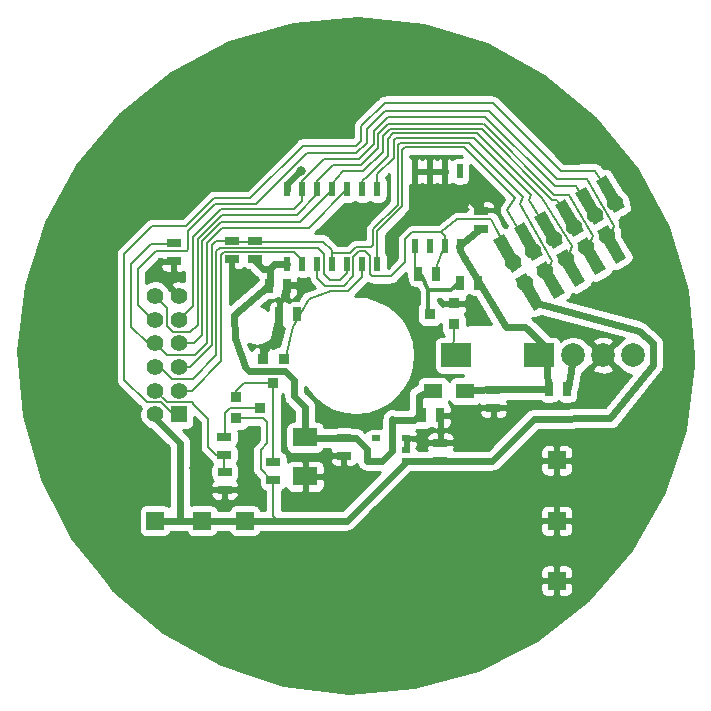
<source format=gtl>
G04 #@! TF.FileFunction,Copper,L1,Top,Signal*
%FSLAX45Y45*%
G04 Gerber Fmt 4.5, Leading zero omitted, Abs format (unit mm)*
G04 Created by KiCad (PCBNEW 4.0.5-e0-6337~49~ubuntu14.04.1) date Wed Mar  1 14:01:14 2017*
%MOMM*%
%LPD*%
G01*
G04 APERTURE LIST*
%ADD10C,0.150000*%
%ADD11R,1.500000X1.500000*%
%ADD12R,2.032000X1.524000*%
%ADD13R,0.508000X1.143000*%
%ADD14R,0.762000X0.508000*%
%ADD15R,1.143000X0.635000*%
%ADD16R,0.635000X1.143000*%
%ADD17C,1.400000*%
%ADD18R,1.400000X1.400000*%
%ADD19R,0.914400X0.914400*%
%ADD20C,0.800000*%
%ADD21R,1.500000X1.300000*%
%ADD22C,2.000000*%
%ADD23R,2.500000X2.000000*%
%ADD24C,0.160000*%
%ADD25C,0.300000*%
%ADD26C,0.600000*%
%ADD27C,0.254000*%
G04 APERTURE END LIST*
D10*
D11*
X9306800Y-7847000D03*
D12*
X7174800Y-7138900D03*
X7174800Y-7469100D03*
D13*
X8485300Y-5521500D03*
X8358300Y-5521500D03*
X8231300Y-5521500D03*
X8104300Y-5521500D03*
X8104300Y-4886500D03*
X8231300Y-4886500D03*
X8358300Y-4886500D03*
X8485300Y-4886500D03*
D14*
X8031800Y-7339250D03*
X8031800Y-7148750D03*
X7777800Y-7339250D03*
X8031800Y-7244000D03*
X7777800Y-7148750D03*
D15*
X6554800Y-5477800D03*
X6554800Y-5630200D03*
X7504800Y-7142800D03*
X7504800Y-7295200D03*
X8320800Y-7336200D03*
X8320800Y-7183800D03*
X6754800Y-5477800D03*
X6754800Y-5630200D03*
D16*
X9240600Y-6732000D03*
X9393000Y-6732000D03*
D15*
X6064800Y-5648200D03*
X6064800Y-5495800D03*
X6491800Y-7135800D03*
X6491800Y-7288200D03*
X6494800Y-7428800D03*
X6494800Y-7581200D03*
X6905800Y-7498200D03*
X6905800Y-7345800D03*
D17*
X6104800Y-6544000D03*
X6104800Y-6744000D03*
D18*
X6104800Y-6944000D03*
D17*
X6104800Y-6344000D03*
X6104800Y-6144000D03*
X6104800Y-5944000D03*
X5904800Y-5944000D03*
X5904800Y-6144000D03*
X5904800Y-6344000D03*
X5904800Y-6544000D03*
X5904800Y-6744000D03*
X5904800Y-6944000D03*
D19*
X8436400Y-6005100D03*
X8436400Y-6182900D03*
X8233200Y-6094000D03*
X6816900Y-6476400D03*
X6994700Y-6476400D03*
X6905800Y-6679600D03*
D15*
X8661400Y-5374640D03*
X8661400Y-5222240D03*
D16*
X6868600Y-5854000D03*
X7021000Y-5854000D03*
D11*
X5904800Y-7844000D03*
X6304800Y-7844000D03*
X6664800Y-7844000D03*
X9306800Y-8354000D03*
X9306800Y-7334000D03*
D20*
X6614800Y-5864000D03*
X7534800Y-5324000D03*
X8604800Y-6094000D03*
X7174800Y-5844000D03*
X8724800Y-7104000D03*
X6232800Y-7402000D03*
X8234800Y-5104000D03*
D13*
X7023800Y-5674200D03*
X7150800Y-5674200D03*
X7277800Y-5674200D03*
X7404800Y-5674200D03*
X7531800Y-5674200D03*
X7658800Y-5674200D03*
X7785800Y-5674200D03*
X7785800Y-5039200D03*
X7658800Y-5039200D03*
X7404800Y-5039200D03*
X7277800Y-5039200D03*
X7150800Y-5039200D03*
X7023800Y-5039200D03*
X7531800Y-5039200D03*
D20*
X7349800Y-7669000D03*
D16*
X8168600Y-6954000D03*
X8321000Y-6954000D03*
D15*
X8769800Y-6737800D03*
X8769800Y-6890200D03*
D20*
X7137400Y-4881880D03*
X7995920Y-5953760D03*
D21*
X8529800Y-6749000D03*
X8259800Y-6749000D03*
D22*
X9444800Y-6444000D03*
X9698800Y-6444000D03*
X9952800Y-6444000D03*
D23*
X9154800Y-6444000D03*
X8454800Y-6444000D03*
D17*
X9454800Y-5357398D03*
X9628005Y-5257398D03*
X9801210Y-5157398D03*
X9281595Y-5457398D03*
X9108390Y-5557398D03*
X8935185Y-5657397D03*
X9035185Y-5830602D03*
X9208390Y-5730602D03*
X9381595Y-5630602D03*
X9554800Y-5530603D03*
X9728005Y-5430603D03*
X9901210Y-5330603D03*
D10*
G36*
X9792043Y-5243519D02*
X9634543Y-4970721D01*
X9722878Y-4919721D01*
X9880378Y-5192519D01*
X9792043Y-5243519D01*
X9792043Y-5243519D01*
G37*
G36*
X9979543Y-5568279D02*
X9822043Y-5295481D01*
X9910378Y-5244481D01*
X10067878Y-5517279D01*
X9979543Y-5568279D01*
X9979543Y-5568279D01*
G37*
G36*
X9618838Y-5343519D02*
X9461338Y-5070721D01*
X9549672Y-5019721D01*
X9707172Y-5292519D01*
X9618838Y-5343519D01*
X9618838Y-5343519D01*
G37*
G36*
X9445633Y-5443519D02*
X9288133Y-5170721D01*
X9376467Y-5119721D01*
X9533967Y-5392519D01*
X9445633Y-5443519D01*
X9445633Y-5443519D01*
G37*
G36*
X9272428Y-5543519D02*
X9114928Y-5270721D01*
X9203262Y-5219721D01*
X9360762Y-5492519D01*
X9272428Y-5543519D01*
X9272428Y-5543519D01*
G37*
G36*
X9099223Y-5643519D02*
X8941723Y-5370721D01*
X9030057Y-5319721D01*
X9187557Y-5592519D01*
X9099223Y-5643519D01*
X9099223Y-5643519D01*
G37*
G36*
X8926018Y-5743519D02*
X8768518Y-5470721D01*
X8856852Y-5419721D01*
X9014352Y-5692519D01*
X8926018Y-5743519D01*
X8926018Y-5743519D01*
G37*
G36*
X9806338Y-5668279D02*
X9648838Y-5395481D01*
X9737172Y-5344481D01*
X9894672Y-5617279D01*
X9806338Y-5668279D01*
X9806338Y-5668279D01*
G37*
G36*
X9633133Y-5768279D02*
X9475633Y-5495481D01*
X9563967Y-5444481D01*
X9721467Y-5717279D01*
X9633133Y-5768279D01*
X9633133Y-5768279D01*
G37*
G36*
X9459928Y-5868279D02*
X9302428Y-5595481D01*
X9390762Y-5544481D01*
X9548262Y-5817279D01*
X9459928Y-5868279D01*
X9459928Y-5868279D01*
G37*
G36*
X9286723Y-5968279D02*
X9129223Y-5695481D01*
X9217557Y-5644481D01*
X9375057Y-5917279D01*
X9286723Y-5968279D01*
X9286723Y-5968279D01*
G37*
G36*
X9113518Y-6068279D02*
X8956018Y-5795481D01*
X9044352Y-5744481D01*
X9201852Y-6017279D01*
X9113518Y-6068279D01*
X9113518Y-6068279D01*
G37*
D19*
X6592200Y-6976900D03*
X6592200Y-6799100D03*
X6795400Y-6888000D03*
D16*
X8642000Y-5829000D03*
X8489600Y-5829000D03*
X8132600Y-5752000D03*
X8285000Y-5752000D03*
X6958600Y-6094000D03*
X7111000Y-6094000D03*
D24*
X6104800Y-6744000D02*
X6064800Y-6744000D01*
X6484800Y-5574000D02*
X6464800Y-5594000D01*
X6214800Y-6744000D02*
X6104800Y-6744000D01*
X6464800Y-6494000D02*
X6214800Y-6744000D01*
X6464800Y-5594000D02*
X6464800Y-6494000D01*
D10*
X7150800Y-5674200D02*
X7150800Y-5640000D01*
D24*
X6844800Y-5574000D02*
X6484800Y-5574000D01*
X7084800Y-5574000D02*
X6844800Y-5574000D01*
X7150800Y-5640000D02*
X7084800Y-5574000D01*
X6484800Y-5574000D02*
X6484800Y-5574000D01*
X6224800Y-5664000D02*
X6224800Y-6024000D01*
D10*
X6224800Y-5444000D02*
X6224800Y-5664000D01*
D24*
X6224800Y-6024000D02*
X6104800Y-6144000D01*
X7150800Y-4968000D02*
X7334800Y-4784000D01*
X7334800Y-4784000D02*
X7629800Y-4784000D01*
X7629800Y-4784000D02*
X7754800Y-4659000D01*
X7754800Y-4659000D02*
X7754800Y-4544000D01*
X7754800Y-4544000D02*
X7874800Y-4424000D01*
X7150800Y-5039200D02*
X7150800Y-4968000D01*
D10*
X7150800Y-5039200D02*
X7150800Y-5138000D01*
X6654800Y-5204000D02*
X6644800Y-5204000D01*
X7084800Y-5204000D02*
X6654800Y-5204000D01*
X7150800Y-5138000D02*
X7084800Y-5204000D01*
D24*
X6464800Y-5204000D02*
X6224800Y-5444000D01*
X6654800Y-5204000D02*
X6464800Y-5204000D01*
X8696960Y-4424000D02*
X8701360Y-4424000D01*
X8701360Y-4424000D02*
X9291320Y-5013960D01*
X7874800Y-4424000D02*
X8696960Y-4424000D01*
X8696960Y-4424000D02*
X8704800Y-4424000D01*
X9291320Y-5013960D02*
X9469120Y-5013960D01*
X9469120Y-5013960D02*
X9646920Y-5318760D01*
X6754800Y-5481800D02*
X6558800Y-5481800D01*
X6558800Y-5481800D02*
X6551000Y-5474000D01*
X6551000Y-5474000D02*
X6424800Y-5474000D01*
X7404800Y-5584000D02*
X7404800Y-5557000D01*
X7329600Y-5481800D02*
X6754800Y-5481800D01*
X7404800Y-5557000D02*
X7329600Y-5481800D01*
X6389800Y-6359000D02*
X6204800Y-6544000D01*
X6204800Y-6544000D02*
X6104800Y-6544000D01*
X6389800Y-5824000D02*
X6389800Y-6359000D01*
X8564800Y-4644000D02*
X8565760Y-4644000D01*
X7978133Y-4644000D02*
X8564800Y-4644000D01*
X9267391Y-5643218D02*
X9213592Y-5773802D01*
X8991600Y-5161280D02*
X9267391Y-5643218D01*
X9022080Y-5100320D02*
X8991600Y-5161280D01*
X8565760Y-4644000D02*
X9022080Y-5100320D01*
X6104800Y-6544000D02*
X6054800Y-6544000D01*
D10*
X7404800Y-5674200D02*
X7404800Y-5584000D01*
X6389800Y-5509000D02*
X6389800Y-5824000D01*
D24*
X7958898Y-5099000D02*
X7958898Y-4667082D01*
X7958898Y-4667082D02*
X7978133Y-4644000D01*
X7404800Y-5584000D02*
X7404800Y-5574000D01*
D10*
X7554800Y-5579000D02*
X7409800Y-5579000D01*
X7409800Y-5579000D02*
X7404800Y-5584000D01*
X7604800Y-5529000D02*
X7554800Y-5579000D01*
X7729800Y-5529000D02*
X7604800Y-5529000D01*
X7749800Y-5509000D02*
X7729800Y-5529000D01*
X7749800Y-5379000D02*
X7749800Y-5509000D01*
X7958898Y-5169902D02*
X7749800Y-5379000D01*
X7958898Y-5099082D02*
X7958898Y-5099000D01*
X7958898Y-5099000D02*
X7958898Y-5169902D01*
X6424800Y-5474000D02*
X6389800Y-5509000D01*
D24*
X9443720Y-5384315D02*
X9306560Y-5130800D01*
X9306560Y-5130800D02*
X9264800Y-5129000D01*
X7494800Y-4884000D02*
X7404800Y-4994000D01*
X7666050Y-4884000D02*
X7834800Y-4724000D01*
X7834800Y-4724000D02*
X7834800Y-4590111D01*
X7834800Y-4590111D02*
X7894899Y-4528984D01*
X7894899Y-4528984D02*
X8672455Y-4526625D01*
X8672455Y-4526625D02*
X9264800Y-5129000D01*
X7494800Y-4884000D02*
X7666050Y-4884000D01*
X6104800Y-6344000D02*
X6074800Y-6344000D01*
X6304800Y-5724000D02*
X6304800Y-6274000D01*
D10*
X6464800Y-5314000D02*
X6304800Y-5474000D01*
X6304800Y-5474000D02*
X6304800Y-5724000D01*
X6694800Y-5314000D02*
X6464800Y-5314000D01*
D24*
X6234800Y-6344000D02*
X6104800Y-6344000D01*
X6304800Y-6274000D02*
X6234800Y-6344000D01*
X7404800Y-5039200D02*
X7404800Y-4994000D01*
X7134800Y-5314000D02*
X7404800Y-5044000D01*
D10*
X7404800Y-5039200D02*
X7404800Y-5044000D01*
X6694800Y-5314000D02*
X6684800Y-5314000D01*
X6764800Y-5314000D02*
X6694800Y-5314000D01*
D24*
X7134800Y-5314000D02*
X6764800Y-5314000D01*
D10*
X6764800Y-5314000D02*
X6754800Y-5314000D01*
D24*
X5904800Y-6344000D02*
X5844800Y-6344000D01*
X5844800Y-6344000D02*
X5704800Y-6204000D01*
X5704800Y-6204000D02*
X5704840Y-5674360D01*
X6344800Y-5744000D02*
X6344800Y-6344000D01*
X6704800Y-5364000D02*
X6474800Y-5364000D01*
X6474800Y-5364000D02*
X6344800Y-5494000D01*
X6344800Y-5494000D02*
X6344800Y-5744000D01*
X7174800Y-5364000D02*
X6804800Y-5364000D01*
X6804800Y-5364000D02*
X6704800Y-5364000D01*
X6004800Y-6444000D02*
X5904800Y-6344000D01*
X6244800Y-6444000D02*
X6004800Y-6444000D01*
X6344800Y-6344000D02*
X6244800Y-6444000D01*
X7531800Y-5039200D02*
X7529600Y-5039200D01*
X7529600Y-5039200D02*
X7204800Y-5364000D01*
X7204800Y-5364000D02*
X7174800Y-5364000D01*
X7194800Y-5364000D02*
X7174800Y-5364000D01*
X7531800Y-5039200D02*
X7519600Y-5039200D01*
X5704840Y-5674360D02*
X5869800Y-5504000D01*
X5869800Y-5504000D02*
X6064800Y-5504000D01*
X9616948Y-5433407D02*
X9555480Y-5569280D01*
X8686620Y-4485820D02*
X9281160Y-5083394D01*
X9281160Y-5083394D02*
X9413240Y-5085080D01*
X9413240Y-5085080D02*
X9616948Y-5433407D01*
X9555480Y-5569280D02*
X9560003Y-5573803D01*
X6264800Y-5704000D02*
X6264800Y-6184000D01*
X6664800Y-5254000D02*
X6474800Y-5254000D01*
X6474800Y-5254000D02*
X6264800Y-5464000D01*
X6264800Y-5464000D02*
X6264800Y-5704000D01*
X7277800Y-5081000D02*
X7104800Y-5254000D01*
X7104800Y-5254000D02*
X6704800Y-5254000D01*
X6704800Y-5254000D02*
X6664800Y-5254000D01*
X6004800Y-6044000D02*
X5904800Y-5944000D01*
X6004800Y-6194000D02*
X6004800Y-6044000D01*
X6054800Y-6244000D02*
X6004800Y-6194000D01*
X6204800Y-6244000D02*
X6054800Y-6244000D01*
X6264800Y-6184000D02*
X6204800Y-6244000D01*
D10*
X7277800Y-4971000D02*
X7414800Y-4834000D01*
X7414800Y-4834000D02*
X7645123Y-4834000D01*
X7645123Y-4834000D02*
X7794800Y-4689000D01*
X7794800Y-4689000D02*
X7794800Y-4569000D01*
X7794800Y-4569000D02*
X7879800Y-4484000D01*
X7879800Y-4484000D02*
X8684800Y-4484000D01*
X7277800Y-5039200D02*
X7277800Y-4971000D01*
X7277800Y-5039200D02*
X7277800Y-5081000D01*
D24*
X6491800Y-7288200D02*
X6491800Y-7425800D01*
X6491800Y-7425800D02*
X6494800Y-7428800D01*
X6353700Y-6982900D02*
X6353700Y-7224900D01*
X6234800Y-6864000D02*
X6353700Y-6982900D01*
X6417000Y-7288200D02*
X6491800Y-7288200D01*
X6353700Y-7224900D02*
X6417000Y-7288200D01*
X6004800Y-6844000D02*
X5904800Y-6744000D01*
X6214800Y-6844000D02*
X6004800Y-6844000D01*
X6234800Y-6864000D02*
X6214800Y-6844000D01*
X6234800Y-6864000D02*
X6234800Y-6864000D01*
X6424800Y-5844000D02*
X6424800Y-6444000D01*
X7284800Y-5534000D02*
X7334800Y-5584000D01*
X7174800Y-5534000D02*
X7284800Y-5534000D01*
X7334800Y-5584000D02*
X7334800Y-5616800D01*
X7334800Y-5654000D02*
X7334800Y-5754000D01*
X7334800Y-5654000D02*
X7334800Y-5616800D01*
X7531800Y-5674200D02*
X7531800Y-5747000D01*
X7474800Y-5804000D02*
X7531800Y-5747000D01*
X7384800Y-5804000D02*
X7474800Y-5804000D01*
X7334800Y-5754000D02*
X7384800Y-5804000D01*
X6424800Y-5564000D02*
X6424800Y-5844000D01*
X6454800Y-5534000D02*
X6424800Y-5564000D01*
X7174800Y-5534000D02*
X6454800Y-5534000D01*
X6044800Y-6644000D02*
X5944800Y-6544000D01*
X6224800Y-6644000D02*
X6044800Y-6644000D01*
X6424800Y-6444000D02*
X6224800Y-6644000D01*
D25*
X6816900Y-6476400D02*
X6816900Y-6470900D01*
X6816900Y-6470900D02*
X6894800Y-6334000D01*
X6893800Y-6336000D02*
X7014800Y-5844000D01*
X7014800Y-5844000D02*
X7174800Y-5844000D01*
D24*
X6554800Y-5630200D02*
X6554800Y-5774000D01*
X6554800Y-5774000D02*
X6614800Y-5864000D01*
D26*
X8234800Y-5104000D02*
X8543160Y-5104000D01*
X8543160Y-5104000D02*
X8661400Y-5222240D01*
X7137400Y-4881880D02*
X7132320Y-4881880D01*
X7132320Y-4881880D02*
X7023800Y-4990400D01*
X7023800Y-4990400D02*
X7023800Y-5039200D01*
D10*
X7023800Y-5039200D02*
X7019600Y-5039200D01*
D26*
X6868600Y-5854000D02*
X6864800Y-5854000D01*
X6579800Y-6301000D02*
X6664800Y-6534000D01*
X6574800Y-6104000D02*
X6579800Y-6301000D01*
X6864800Y-5854000D02*
X6574800Y-6104000D01*
X6698800Y-6575000D02*
X6664800Y-6541000D01*
X7008800Y-6575000D02*
X6698800Y-6575000D01*
X7084800Y-6651000D02*
X7008800Y-6575000D01*
X7084800Y-6793000D02*
X7084800Y-6651000D01*
X7174800Y-6883000D02*
X7084800Y-6793000D01*
X7174800Y-7138900D02*
X7174800Y-6883000D01*
X6818600Y-5714000D02*
X6734800Y-5630200D01*
D24*
X8168600Y-6954000D02*
X8134600Y-6954000D01*
X8134600Y-6954000D02*
X8098600Y-6990000D01*
X8098600Y-6990000D02*
X7914800Y-6990000D01*
X7914800Y-6990000D02*
X7914800Y-7254000D01*
X7914800Y-7254000D02*
X7829550Y-7339250D01*
X7829550Y-7339250D02*
X7777800Y-7339250D01*
D26*
X6914600Y-5674200D02*
X7023800Y-5674200D01*
X8136600Y-6952000D02*
X8136600Y-6785000D01*
X8136600Y-6785000D02*
X8259800Y-6739000D01*
X7914800Y-6990000D02*
X8098600Y-6990000D01*
X8098600Y-6990000D02*
X8136600Y-6952000D01*
X7914800Y-7254000D02*
X7914800Y-6990000D01*
X7914800Y-6990000D02*
X7914800Y-6985200D01*
X7829550Y-7339250D02*
X7914800Y-7254000D01*
X6874800Y-5847800D02*
X6874800Y-5714000D01*
X7701250Y-7339250D02*
X7701250Y-7240450D01*
X7777800Y-7339250D02*
X7701250Y-7339250D01*
X7603600Y-7142800D02*
X7504800Y-7142800D01*
X7701250Y-7240450D02*
X7603600Y-7142800D01*
X7777800Y-7339250D02*
X7829550Y-7339250D01*
X7504800Y-7142800D02*
X7243700Y-7142800D01*
X6874800Y-5714000D02*
X6818600Y-5714000D01*
X6874800Y-5714000D02*
X6914600Y-5674200D01*
D24*
X8151800Y-5779000D02*
X8103800Y-5773000D01*
D10*
X8151800Y-5779000D02*
X8168600Y-5774000D01*
D25*
X8168600Y-5774000D02*
X8218600Y-5895000D01*
X8218600Y-5893000D02*
X8220600Y-5895000D01*
X8220600Y-5895000D02*
X8224800Y-5895000D01*
X8224800Y-5895000D02*
X8218600Y-5895000D01*
X8407400Y-5892800D02*
X8218600Y-5893000D01*
X8479800Y-5834000D02*
X8407400Y-5892800D01*
X8218600Y-5895000D02*
X8218600Y-6118600D01*
D24*
X8103800Y-5773000D02*
X8104300Y-5521500D01*
X8524240Y-4684000D02*
X8524480Y-4684000D01*
X8955937Y-5115457D02*
X8884920Y-5217160D01*
X8884920Y-5217160D02*
X9113592Y-5600597D01*
X8524480Y-4684000D02*
X8955937Y-5115457D01*
X7785800Y-5674200D02*
X7785800Y-5393000D01*
X7994800Y-5184000D02*
X7994800Y-4709000D01*
X8474800Y-4684000D02*
X8524240Y-4684000D01*
X8524240Y-4684000D02*
X8524800Y-4684000D01*
X8019800Y-4684000D02*
X8474800Y-4684000D01*
X7994800Y-4709000D02*
X8019800Y-4684000D01*
X7785800Y-5393000D02*
X7994800Y-5184000D01*
D10*
X7785800Y-5674200D02*
X7794600Y-5674200D01*
D24*
X8594800Y-4604000D02*
X8601960Y-4604000D01*
X7785800Y-4913000D02*
X7924800Y-4774000D01*
X7924800Y-4774000D02*
X7924800Y-4624000D01*
X7924800Y-4624000D02*
X7944800Y-4604000D01*
X7944800Y-4604000D02*
X8594800Y-4604000D01*
X9085682Y-5087722D02*
X9067800Y-5125720D01*
X9067800Y-5125720D02*
X9286240Y-5476240D01*
X8601960Y-4604000D02*
X9085682Y-5087722D01*
D10*
X7785800Y-5039200D02*
X7785800Y-4913000D01*
D24*
X8634800Y-4564000D02*
X8671560Y-4602480D01*
X7658800Y-5039200D02*
X7658800Y-4970000D01*
X7658800Y-4970000D02*
X7704800Y-4924000D01*
X7704800Y-4924000D02*
X7704800Y-4924000D01*
X7874800Y-4754000D02*
X7874800Y-4609000D01*
X7704800Y-4924000D02*
X7874800Y-4754000D01*
X7919800Y-4564000D02*
X8634800Y-4564000D01*
X7874800Y-4609000D02*
X7919800Y-4564000D01*
X9438640Y-5521960D02*
X9386798Y-5673802D01*
X9184640Y-5110480D02*
X9438640Y-5521960D01*
X9154800Y-5084000D02*
X9184640Y-5110480D01*
X8671560Y-4602480D02*
X9154800Y-5084000D01*
X8259800Y-5774000D02*
X8354800Y-5524000D01*
X8752840Y-5293360D02*
X8890000Y-5572760D01*
X8463280Y-5293360D02*
X8752840Y-5293360D01*
X8890000Y-5572760D02*
X8966200Y-5689600D01*
X8466180Y-5290460D02*
X8463280Y-5293360D01*
X8463280Y-5293360D02*
X8324800Y-5404000D01*
D10*
X8324800Y-5404000D02*
X8314800Y-5404000D01*
X8358300Y-5437500D02*
X8324800Y-5404000D01*
X8324800Y-5404000D02*
X8314800Y-5404000D01*
D24*
X7584800Y-5773080D02*
X7503880Y-5854000D01*
X7503880Y-5854000D02*
X7344800Y-5854000D01*
X7344800Y-5854000D02*
X7277800Y-5787000D01*
X7277800Y-5787000D02*
X7277800Y-5674200D01*
X7744800Y-5774000D02*
X7724800Y-5754000D01*
X7724800Y-5754000D02*
X7724800Y-5604000D01*
X7724800Y-5604000D02*
X7684800Y-5564000D01*
X7684800Y-5564000D02*
X7634800Y-5564000D01*
X7634800Y-5564000D02*
X7584800Y-5614000D01*
X8024800Y-5654000D02*
X7904800Y-5774000D01*
X8024800Y-5464000D02*
X8024800Y-5654000D01*
X8084800Y-5404000D02*
X8024800Y-5464000D01*
X8314800Y-5404000D02*
X8084800Y-5404000D01*
X7904800Y-5774000D02*
X7744800Y-5774000D01*
X7584800Y-5614000D02*
X7584800Y-5773080D01*
D10*
X8358300Y-5521500D02*
X8358300Y-5437500D01*
D24*
X8354800Y-5524000D02*
X8358300Y-5521500D01*
X7074800Y-6204000D02*
X7009800Y-6453000D01*
X7204800Y-5964000D02*
X7074800Y-6204000D01*
X7397618Y-5901000D02*
X7204800Y-5964000D01*
X7538800Y-5901000D02*
X7397618Y-5901000D01*
X7658800Y-5781000D02*
X7538800Y-5901000D01*
X7658800Y-5674200D02*
X7658800Y-5781000D01*
D10*
X7654800Y-5678200D02*
X7658800Y-5674200D01*
D24*
X6905800Y-7498200D02*
X6887000Y-7498200D01*
X6887000Y-7498200D02*
X6799800Y-7411000D01*
X6820700Y-6976900D02*
X6592200Y-6976900D01*
X6855800Y-7012000D02*
X6820700Y-6976900D01*
X6855800Y-7190000D02*
X6855800Y-7012000D01*
X6799800Y-7246000D02*
X6855800Y-7190000D01*
X6799800Y-7411000D02*
X6799800Y-7246000D01*
D26*
X9109800Y-6984000D02*
X9109800Y-6988000D01*
X9109800Y-6984000D02*
X9759800Y-6979000D01*
X9759800Y-6979000D02*
X10119800Y-6529000D01*
X9134800Y-6004000D02*
X9999800Y-6239000D01*
X10119800Y-6529000D02*
X10119800Y-6344000D01*
X10119800Y-6344000D02*
X9999800Y-6239000D01*
X8761600Y-7336200D02*
X8034850Y-7336200D01*
X9109800Y-6988000D02*
X8761600Y-7336200D01*
X8034850Y-7336200D02*
X7527050Y-7844000D01*
X7527050Y-7844000D02*
X6946800Y-7844000D01*
X6946800Y-7844000D02*
X6946800Y-7844000D01*
D24*
X9035185Y-5830602D02*
X9035185Y-5914385D01*
X9035185Y-5914385D02*
X9134800Y-6014000D01*
X9134800Y-6014000D02*
X9035185Y-5830602D01*
D26*
X6113800Y-7284000D02*
X6113800Y-7183000D01*
X6113800Y-7183000D02*
X5904800Y-6974000D01*
X5904800Y-6974000D02*
X5904800Y-6944000D01*
X6113800Y-7280000D02*
X6113800Y-7284000D01*
X6113800Y-7284000D02*
X6113800Y-7844000D01*
D24*
X6904800Y-7802000D02*
X6946800Y-7844000D01*
X6905800Y-7498200D02*
X6904800Y-7802000D01*
D26*
X5894800Y-7844000D02*
X5924800Y-7844000D01*
X5904800Y-7844000D02*
X6113800Y-7844000D01*
X6113800Y-7844000D02*
X6664800Y-7844000D01*
X6854800Y-7844000D02*
X6946800Y-7844000D01*
X6664800Y-7844000D02*
X6854800Y-7844000D01*
X9424800Y-6579000D02*
X9399800Y-6724000D01*
X9443720Y-6451600D02*
X9424800Y-6579000D01*
D24*
X8433400Y-6180900D02*
X8433400Y-6317600D01*
X8433400Y-6317600D02*
X8402320Y-6431280D01*
X8642000Y-5829000D02*
X8642000Y-5801200D01*
X8642000Y-5801200D02*
X8554800Y-5714000D01*
X8554800Y-5714000D02*
X8554800Y-5624000D01*
X8554800Y-5624000D02*
X8484800Y-5554000D01*
X8484800Y-5554000D02*
X8484800Y-5574000D01*
X8484800Y-5574000D02*
X8512800Y-5602000D01*
D26*
X9229800Y-6734000D02*
X9219800Y-6554000D01*
X8854800Y-6734000D02*
X9229800Y-6734000D01*
D24*
X9238600Y-6744000D02*
X8776000Y-6744000D01*
X8776000Y-6744000D02*
X8769800Y-6737800D01*
D26*
X8539800Y-6739000D02*
X8854800Y-6734000D01*
X9219800Y-6554000D02*
X9235440Y-6482080D01*
X8874800Y-6204000D02*
X9039800Y-6204000D01*
X9039800Y-6204000D02*
X9225280Y-6380480D01*
X9225280Y-6380480D02*
X9235440Y-6482080D01*
X8554800Y-5674000D02*
X8874800Y-6204000D01*
X8661400Y-5364480D02*
X8478520Y-5521960D01*
X8478520Y-5521960D02*
X8484800Y-5554000D01*
X8484800Y-5554000D02*
X8512800Y-5602000D01*
X8512800Y-5602000D02*
X8554800Y-5674000D01*
D24*
X5880400Y-5351480D02*
X6164880Y-5351480D01*
X6164880Y-5351480D02*
X6400800Y-5115560D01*
X6400800Y-5115560D02*
X6710680Y-5115560D01*
X6710680Y-5115560D02*
X7157720Y-4668520D01*
X7157720Y-4668520D02*
X7609840Y-4668520D01*
X7609840Y-4668520D02*
X7650480Y-4627880D01*
X7650480Y-4627880D02*
X7650480Y-4505640D01*
X7650480Y-4505640D02*
X7848280Y-4307840D01*
X7848280Y-4307840D02*
X8763000Y-4307840D01*
X8763000Y-4307840D02*
X9342120Y-4886960D01*
X9631680Y-4881880D02*
X9829800Y-5207000D01*
X6104800Y-6944000D02*
X6059545Y-6944000D01*
X6059545Y-6944000D02*
X5958305Y-6842760D01*
X5958305Y-6842760D02*
X5836920Y-6842760D01*
X5836920Y-6842760D02*
X5643880Y-6649720D01*
X5643880Y-6649720D02*
X5643880Y-5588000D01*
X5643880Y-5588000D02*
X5880400Y-5351480D01*
X9342120Y-4886960D02*
X9631680Y-4881880D01*
X9560560Y-4953000D02*
X9794240Y-5349240D01*
X8732520Y-4373880D02*
X9311640Y-4953000D01*
X7853680Y-4373880D02*
X8732520Y-4373880D01*
X7701280Y-4526280D02*
X7853680Y-4373880D01*
X7701280Y-4643680D02*
X7701280Y-4526280D01*
X7610400Y-4734560D02*
X7701280Y-4643680D01*
X7188200Y-4734560D02*
X7610400Y-4734560D01*
X6761480Y-5161280D02*
X7188200Y-4734560D01*
X6416040Y-5161280D02*
X6761480Y-5161280D01*
X6187280Y-5390040D02*
X6416040Y-5161280D01*
X6187280Y-5545960D02*
X6187280Y-5390040D01*
X6171800Y-5561440D02*
X6187280Y-5545960D01*
X5911840Y-5561440D02*
X6171800Y-5561440D01*
X5760720Y-5712560D02*
X5911840Y-5561440D01*
X5760720Y-6019800D02*
X5760720Y-5712560D01*
X5884920Y-6144000D02*
X5760720Y-6019800D01*
X9311640Y-4953000D02*
X9560560Y-4953000D01*
X9794240Y-5349240D02*
X9748520Y-5476240D01*
X5904800Y-6144000D02*
X5884920Y-6144000D01*
X6592200Y-6743600D02*
X6592200Y-6799100D01*
X6656200Y-6679600D02*
X6592200Y-6743600D01*
X6905800Y-6679600D02*
X6656200Y-6679600D01*
X6904828Y-6678572D02*
X6902400Y-6681000D01*
X6905800Y-7345800D02*
X6904828Y-6678572D01*
X6795400Y-6888000D02*
X6542800Y-6888000D01*
X6499800Y-6931000D02*
X6499800Y-7127800D01*
X6542800Y-6888000D02*
X6499800Y-6931000D01*
X6499800Y-7127800D02*
X6491800Y-7135800D01*
D27*
G36*
X8179179Y-3645843D02*
X8711738Y-3810698D01*
X9202135Y-4075854D01*
X9631689Y-4431212D01*
X9984040Y-4863237D01*
X10245766Y-5355473D01*
X10406898Y-5889170D01*
X10461300Y-6444000D01*
X10460186Y-6523758D01*
X10390314Y-7076853D01*
X10214343Y-7605843D01*
X9938974Y-8090579D01*
X9574698Y-8512597D01*
X9135389Y-8855823D01*
X8637781Y-9107183D01*
X8100826Y-9257103D01*
X7544978Y-9299874D01*
X6991408Y-9233864D01*
X6461203Y-9061590D01*
X5974557Y-8789613D01*
X5550006Y-8428292D01*
X5513771Y-8382575D01*
X9168300Y-8382575D01*
X9168300Y-8435254D01*
X9170740Y-8447522D01*
X9175527Y-8459079D01*
X9182476Y-8469479D01*
X9191321Y-8478324D01*
X9201722Y-8485273D01*
X9213278Y-8490060D01*
X9225546Y-8492500D01*
X9278225Y-8492500D01*
X9294100Y-8476625D01*
X9294100Y-8366700D01*
X9319500Y-8366700D01*
X9319500Y-8476625D01*
X9335375Y-8492500D01*
X9388054Y-8492500D01*
X9400322Y-8490060D01*
X9411879Y-8485273D01*
X9422279Y-8478324D01*
X9431124Y-8469479D01*
X9438073Y-8459079D01*
X9442860Y-8447522D01*
X9445300Y-8435254D01*
X9445300Y-8382575D01*
X9429425Y-8366700D01*
X9319500Y-8366700D01*
X9294100Y-8366700D01*
X9184175Y-8366700D01*
X9168300Y-8382575D01*
X5513771Y-8382575D01*
X5426722Y-8272746D01*
X9168300Y-8272746D01*
X9168300Y-8325425D01*
X9184175Y-8341300D01*
X9294100Y-8341300D01*
X9294100Y-8231375D01*
X9319500Y-8231375D01*
X9319500Y-8341300D01*
X9429425Y-8341300D01*
X9445300Y-8325425D01*
X9445300Y-8272746D01*
X9442860Y-8260478D01*
X9438073Y-8248921D01*
X9431124Y-8238521D01*
X9422279Y-8229676D01*
X9411879Y-8222727D01*
X9400322Y-8217940D01*
X9388054Y-8215500D01*
X9335375Y-8215500D01*
X9319500Y-8231375D01*
X9294100Y-8231375D01*
X9278225Y-8215500D01*
X9225546Y-8215500D01*
X9213278Y-8217940D01*
X9201722Y-8222727D01*
X9191321Y-8229676D01*
X9182476Y-8238521D01*
X9175527Y-8248921D01*
X9170740Y-8260478D01*
X9168300Y-8272746D01*
X5426722Y-8272746D01*
X5203722Y-7991389D01*
X4948894Y-7495548D01*
X4795228Y-6959653D01*
X4748578Y-6404117D01*
X4810721Y-5850100D01*
X4893864Y-5588000D01*
X5572380Y-5588000D01*
X5572380Y-6649720D01*
X5573025Y-6656297D01*
X5573600Y-6662872D01*
X5573705Y-6663233D01*
X5573742Y-6663608D01*
X5575652Y-6669934D01*
X5577493Y-6676273D01*
X5577666Y-6676607D01*
X5577775Y-6676966D01*
X5580875Y-6682796D01*
X5583915Y-6688662D01*
X5584150Y-6688956D01*
X5584326Y-6689287D01*
X5588499Y-6694404D01*
X5592621Y-6699567D01*
X5593137Y-6700090D01*
X5593146Y-6700101D01*
X5593156Y-6700110D01*
X5593322Y-6700278D01*
X5782798Y-6889754D01*
X5776933Y-6903438D01*
X5771490Y-6929047D01*
X5771125Y-6955225D01*
X5775851Y-6980976D01*
X5785488Y-7005318D01*
X5799671Y-7027324D01*
X5817857Y-7046157D01*
X5839356Y-7061099D01*
X5863347Y-7071580D01*
X5872069Y-7073498D01*
X6020300Y-7221729D01*
X6020300Y-7720514D01*
X6013945Y-7715097D01*
X5997576Y-7707719D01*
X5979800Y-7705193D01*
X5829800Y-7705193D01*
X5819688Y-7705999D01*
X5802537Y-7711311D01*
X5787544Y-7721190D01*
X5775897Y-7734855D01*
X5768519Y-7751224D01*
X5765993Y-7769000D01*
X5765993Y-7919000D01*
X5766799Y-7929112D01*
X5772111Y-7946263D01*
X5781990Y-7961256D01*
X5795655Y-7972902D01*
X5812024Y-7980281D01*
X5829800Y-7982807D01*
X5979800Y-7982807D01*
X5989912Y-7982001D01*
X6007063Y-7976689D01*
X6022056Y-7966810D01*
X6033702Y-7953145D01*
X6040755Y-7937500D01*
X6169397Y-7937500D01*
X6172111Y-7946263D01*
X6181990Y-7961256D01*
X6195655Y-7972902D01*
X6212024Y-7980281D01*
X6229800Y-7982807D01*
X6379800Y-7982807D01*
X6389912Y-7982001D01*
X6407063Y-7976689D01*
X6422056Y-7966810D01*
X6433702Y-7953145D01*
X6440755Y-7937500D01*
X6529397Y-7937500D01*
X6532111Y-7946263D01*
X6541990Y-7961256D01*
X6555655Y-7972902D01*
X6572024Y-7980281D01*
X6589800Y-7982807D01*
X6739800Y-7982807D01*
X6749912Y-7982001D01*
X6767063Y-7976689D01*
X6782056Y-7966810D01*
X6793702Y-7953145D01*
X6800755Y-7937500D01*
X7527050Y-7937500D01*
X7535646Y-7936657D01*
X7544249Y-7935904D01*
X7544721Y-7935767D01*
X7545211Y-7935719D01*
X7553479Y-7933223D01*
X7561773Y-7930813D01*
X7562209Y-7930587D01*
X7562680Y-7930445D01*
X7570303Y-7926392D01*
X7577974Y-7922416D01*
X7578358Y-7922109D01*
X7578792Y-7921878D01*
X7585483Y-7916421D01*
X7592235Y-7911031D01*
X7592919Y-7910356D01*
X7592933Y-7910345D01*
X7592944Y-7910332D01*
X7593164Y-7910114D01*
X7627704Y-7875575D01*
X9168300Y-7875575D01*
X9168300Y-7928254D01*
X9170740Y-7940522D01*
X9175527Y-7952078D01*
X9182476Y-7962479D01*
X9191321Y-7971324D01*
X9201722Y-7978273D01*
X9213278Y-7983060D01*
X9225546Y-7985500D01*
X9278225Y-7985500D01*
X9294100Y-7969625D01*
X9294100Y-7859700D01*
X9319500Y-7859700D01*
X9319500Y-7969625D01*
X9335375Y-7985500D01*
X9388054Y-7985500D01*
X9400322Y-7983060D01*
X9411879Y-7978273D01*
X9422279Y-7971324D01*
X9431124Y-7962479D01*
X9438073Y-7952078D01*
X9442860Y-7940522D01*
X9445300Y-7928254D01*
X9445300Y-7875575D01*
X9429425Y-7859700D01*
X9319500Y-7859700D01*
X9294100Y-7859700D01*
X9184175Y-7859700D01*
X9168300Y-7875575D01*
X7627704Y-7875575D01*
X7737533Y-7765746D01*
X9168300Y-7765746D01*
X9168300Y-7818425D01*
X9184175Y-7834300D01*
X9294100Y-7834300D01*
X9294100Y-7724375D01*
X9319500Y-7724375D01*
X9319500Y-7834300D01*
X9429425Y-7834300D01*
X9445300Y-7818425D01*
X9445300Y-7765746D01*
X9442860Y-7753478D01*
X9438073Y-7741921D01*
X9431124Y-7731521D01*
X9422279Y-7722676D01*
X9411879Y-7715727D01*
X9400322Y-7710940D01*
X9388054Y-7708500D01*
X9335375Y-7708500D01*
X9319500Y-7724375D01*
X9294100Y-7724375D01*
X9278225Y-7708500D01*
X9225546Y-7708500D01*
X9213278Y-7710940D01*
X9201722Y-7715727D01*
X9191321Y-7722676D01*
X9182476Y-7731521D01*
X9175527Y-7741921D01*
X9170740Y-7753478D01*
X9168300Y-7765746D01*
X7737533Y-7765746D01*
X8073579Y-7429700D01*
X8249174Y-7429700D01*
X8263650Y-7431757D01*
X8377950Y-7431757D01*
X8388062Y-7430951D01*
X8392101Y-7429700D01*
X8761600Y-7429700D01*
X8770197Y-7428857D01*
X8778800Y-7428104D01*
X8779271Y-7427967D01*
X8779761Y-7427919D01*
X8788029Y-7425423D01*
X8796323Y-7423013D01*
X8796760Y-7422787D01*
X8797230Y-7422645D01*
X8804853Y-7418592D01*
X8812524Y-7414616D01*
X8812908Y-7414309D01*
X8813342Y-7414078D01*
X8820033Y-7408621D01*
X8826785Y-7403231D01*
X8827469Y-7402556D01*
X8827483Y-7402545D01*
X8827494Y-7402532D01*
X8827715Y-7402314D01*
X8867454Y-7362575D01*
X9168300Y-7362575D01*
X9168300Y-7415254D01*
X9170740Y-7427522D01*
X9175527Y-7439078D01*
X9182476Y-7449479D01*
X9191321Y-7458324D01*
X9201722Y-7465273D01*
X9213278Y-7470060D01*
X9225546Y-7472500D01*
X9278225Y-7472500D01*
X9294100Y-7456625D01*
X9294100Y-7346700D01*
X9319500Y-7346700D01*
X9319500Y-7456625D01*
X9335375Y-7472500D01*
X9388054Y-7472500D01*
X9400322Y-7470060D01*
X9411879Y-7465273D01*
X9422279Y-7458324D01*
X9431124Y-7449479D01*
X9438073Y-7439078D01*
X9442860Y-7427522D01*
X9445300Y-7415254D01*
X9445300Y-7362575D01*
X9429425Y-7346700D01*
X9319500Y-7346700D01*
X9294100Y-7346700D01*
X9184175Y-7346700D01*
X9168300Y-7362575D01*
X8867454Y-7362575D01*
X8977283Y-7252746D01*
X9168300Y-7252746D01*
X9168300Y-7305425D01*
X9184175Y-7321300D01*
X9294100Y-7321300D01*
X9294100Y-7211375D01*
X9319500Y-7211375D01*
X9319500Y-7321300D01*
X9429425Y-7321300D01*
X9445300Y-7305425D01*
X9445300Y-7252746D01*
X9442860Y-7240478D01*
X9438073Y-7228921D01*
X9431124Y-7218521D01*
X9422279Y-7209676D01*
X9411879Y-7202727D01*
X9400322Y-7197940D01*
X9388054Y-7195500D01*
X9335375Y-7195500D01*
X9319500Y-7211375D01*
X9294100Y-7211375D01*
X9278225Y-7195500D01*
X9225546Y-7195500D01*
X9213278Y-7197940D01*
X9201722Y-7202727D01*
X9191321Y-7209676D01*
X9182476Y-7218521D01*
X9175527Y-7228921D01*
X9170740Y-7240478D01*
X9168300Y-7252746D01*
X8977283Y-7252746D01*
X9152858Y-7077171D01*
X9760519Y-7072497D01*
X9764823Y-7072042D01*
X9769152Y-7072031D01*
X9773875Y-7071084D01*
X9778666Y-7070577D01*
X9782800Y-7069294D01*
X9787043Y-7068443D01*
X9791493Y-7066596D01*
X9796094Y-7065168D01*
X9799900Y-7063107D01*
X9803898Y-7061448D01*
X9807904Y-7058772D01*
X9812140Y-7056478D01*
X9815472Y-7053717D01*
X9819072Y-7051312D01*
X9822482Y-7047910D01*
X9826192Y-7044836D01*
X9828925Y-7041480D01*
X9831989Y-7038423D01*
X9832811Y-7037409D01*
X10192811Y-6587409D01*
X10194710Y-6584491D01*
X10196948Y-6581824D01*
X10199676Y-6576862D01*
X10202766Y-6572115D01*
X10204062Y-6568884D01*
X10205739Y-6565834D01*
X10207452Y-6560435D01*
X10209560Y-6555179D01*
X10210204Y-6551758D01*
X10211257Y-6548440D01*
X10211888Y-6542811D01*
X10212936Y-6537246D01*
X10212903Y-6533765D01*
X10213291Y-6530305D01*
X10213300Y-6529000D01*
X10213300Y-6344000D01*
X10213044Y-6341384D01*
X10213153Y-6338758D01*
X10212155Y-6332322D01*
X10211519Y-6325839D01*
X10210760Y-6323323D01*
X10210357Y-6320725D01*
X10208128Y-6314606D01*
X10206245Y-6308370D01*
X10205011Y-6306049D01*
X10204112Y-6303579D01*
X10200736Y-6298008D01*
X10197678Y-6292258D01*
X10196017Y-6290221D01*
X10194655Y-6287973D01*
X10190262Y-6283164D01*
X10186145Y-6278117D01*
X10184120Y-6276441D01*
X10182347Y-6274501D01*
X10181370Y-6273634D01*
X10061370Y-6168634D01*
X10059516Y-6167307D01*
X10057876Y-6165724D01*
X10052109Y-6162007D01*
X10046530Y-6158015D01*
X10044454Y-6157074D01*
X10042537Y-6155839D01*
X10036159Y-6153314D01*
X10029910Y-6150481D01*
X10027690Y-6149961D01*
X10025571Y-6149122D01*
X10024313Y-6148770D01*
X9396934Y-5978326D01*
X9406961Y-5972537D01*
X9415315Y-5966783D01*
X9427513Y-5953607D01*
X9435557Y-5937555D01*
X9437384Y-5927642D01*
X9439651Y-5928778D01*
X9457308Y-5932032D01*
X9475173Y-5930238D01*
X9491831Y-5923537D01*
X9580166Y-5872537D01*
X9588520Y-5866783D01*
X9600718Y-5853607D01*
X9608762Y-5837555D01*
X9610589Y-5827642D01*
X9612856Y-5828778D01*
X9630514Y-5832032D01*
X9648379Y-5830238D01*
X9665036Y-5823537D01*
X9753371Y-5772537D01*
X9761725Y-5766783D01*
X9773923Y-5753607D01*
X9781967Y-5737555D01*
X9783794Y-5727642D01*
X9786061Y-5728778D01*
X9803719Y-5732032D01*
X9821584Y-5730238D01*
X9838241Y-5723537D01*
X9926576Y-5672537D01*
X9934930Y-5666783D01*
X9947128Y-5653607D01*
X9955172Y-5637555D01*
X9958426Y-5619898D01*
X9956631Y-5602033D01*
X9949931Y-5585375D01*
X9861310Y-5431879D01*
X9861511Y-5417512D01*
X9856426Y-5391830D01*
X9855611Y-5389854D01*
X9861514Y-5373458D01*
X9862238Y-5370594D01*
X9863281Y-5367830D01*
X9863945Y-5363847D01*
X9864936Y-5359930D01*
X9865091Y-5356980D01*
X9865577Y-5354066D01*
X9865455Y-5350029D01*
X9865666Y-5345995D01*
X9865245Y-5343071D01*
X9865156Y-5340118D01*
X9864252Y-5336182D01*
X9863676Y-5332184D01*
X9862694Y-5329397D01*
X9862033Y-5326518D01*
X9860382Y-5322831D01*
X9859040Y-5319022D01*
X9857536Y-5316478D01*
X9856329Y-5313783D01*
X9855828Y-5312919D01*
X9841508Y-5288639D01*
X9860905Y-5277440D01*
X9861694Y-5277134D01*
X9864304Y-5275478D01*
X9912281Y-5247778D01*
X9920635Y-5242024D01*
X9932833Y-5228848D01*
X9940877Y-5212796D01*
X9944131Y-5195139D01*
X9942337Y-5177274D01*
X9935636Y-5160616D01*
X9934515Y-5158674D01*
X9934716Y-5144307D01*
X9929631Y-5118625D01*
X9919654Y-5094420D01*
X9905166Y-5072613D01*
X9886718Y-5054036D01*
X9866056Y-5040100D01*
X9778136Y-4887818D01*
X9772382Y-4879464D01*
X9759206Y-4867266D01*
X9743154Y-4859222D01*
X9725497Y-4855968D01*
X9707632Y-4857762D01*
X9702075Y-4859997D01*
X9692737Y-4844674D01*
X9691666Y-4843250D01*
X9690813Y-4841686D01*
X9687479Y-4837685D01*
X9684347Y-4833523D01*
X9683020Y-4832334D01*
X9681880Y-4830966D01*
X9677831Y-4827688D01*
X9673952Y-4824214D01*
X9672419Y-4823306D01*
X9671034Y-4822185D01*
X9666427Y-4819757D01*
X9661946Y-4817102D01*
X9660266Y-4816509D01*
X9658690Y-4815678D01*
X9653698Y-4814190D01*
X9648787Y-4812457D01*
X9647024Y-4812201D01*
X9645317Y-4811692D01*
X9640132Y-4811203D01*
X9634977Y-4810456D01*
X9633197Y-4810548D01*
X9631424Y-4810381D01*
X9630426Y-4810391D01*
X9371215Y-4814939D01*
X8813558Y-4257282D01*
X8808455Y-4253090D01*
X8803395Y-4248844D01*
X8803066Y-4248663D01*
X8802775Y-4248425D01*
X8796955Y-4245304D01*
X8791167Y-4242122D01*
X8790808Y-4242008D01*
X8790477Y-4241831D01*
X8784165Y-4239901D01*
X8777866Y-4237902D01*
X8777492Y-4237861D01*
X8777133Y-4237751D01*
X8770565Y-4237084D01*
X8763998Y-4236347D01*
X8763263Y-4236342D01*
X8763250Y-4236341D01*
X8763237Y-4236342D01*
X8763000Y-4236340D01*
X7848280Y-4236340D01*
X7841699Y-4236985D01*
X7835127Y-4237560D01*
X7834767Y-4237665D01*
X7834392Y-4237702D01*
X7828068Y-4239611D01*
X7821727Y-4241453D01*
X7821393Y-4241626D01*
X7821033Y-4241735D01*
X7815206Y-4244834D01*
X7809338Y-4247875D01*
X7809044Y-4248110D01*
X7808712Y-4248286D01*
X7803596Y-4252459D01*
X7798433Y-4256581D01*
X7797909Y-4257097D01*
X7797899Y-4257106D01*
X7797891Y-4257115D01*
X7797722Y-4257282D01*
X7599922Y-4455082D01*
X7595730Y-4460185D01*
X7591484Y-4465245D01*
X7591303Y-4465574D01*
X7591065Y-4465865D01*
X7587944Y-4471685D01*
X7584762Y-4477473D01*
X7584648Y-4477832D01*
X7584470Y-4478163D01*
X7582541Y-4484475D01*
X7580542Y-4490774D01*
X7580500Y-4491148D01*
X7580391Y-4491508D01*
X7579723Y-4498075D01*
X7578987Y-4504642D01*
X7578982Y-4505377D01*
X7578980Y-4505390D01*
X7578982Y-4505403D01*
X7578980Y-4505640D01*
X7578980Y-4597020D01*
X7157720Y-4597020D01*
X7151139Y-4597665D01*
X7144567Y-4598240D01*
X7144207Y-4598345D01*
X7143832Y-4598382D01*
X7137508Y-4600291D01*
X7131167Y-4602133D01*
X7130833Y-4602306D01*
X7130473Y-4602415D01*
X7124646Y-4605514D01*
X7118778Y-4608555D01*
X7118484Y-4608790D01*
X7118152Y-4608966D01*
X7113036Y-4613139D01*
X7107873Y-4617261D01*
X7107349Y-4617777D01*
X7107339Y-4617786D01*
X7107331Y-4617795D01*
X7107162Y-4617962D01*
X6681064Y-5044060D01*
X6400800Y-5044060D01*
X6394228Y-5044704D01*
X6387647Y-5045280D01*
X6387286Y-5045385D01*
X6386912Y-5045422D01*
X6380590Y-5047331D01*
X6374247Y-5049173D01*
X6373913Y-5049346D01*
X6373553Y-5049455D01*
X6367724Y-5052555D01*
X6361858Y-5055595D01*
X6361564Y-5055830D01*
X6361232Y-5056006D01*
X6356116Y-5060179D01*
X6350953Y-5064301D01*
X6350429Y-5064817D01*
X6350419Y-5064826D01*
X6350411Y-5064835D01*
X6350242Y-5065002D01*
X6135264Y-5279980D01*
X5880400Y-5279980D01*
X5873823Y-5280625D01*
X5867247Y-5281200D01*
X5866887Y-5281305D01*
X5866512Y-5281342D01*
X5860186Y-5283252D01*
X5853847Y-5285093D01*
X5853513Y-5285266D01*
X5853153Y-5285375D01*
X5847324Y-5288475D01*
X5841458Y-5291515D01*
X5841164Y-5291750D01*
X5840832Y-5291926D01*
X5835716Y-5296099D01*
X5830553Y-5300221D01*
X5830029Y-5300737D01*
X5830019Y-5300746D01*
X5830010Y-5300756D01*
X5829842Y-5300922D01*
X5593322Y-5537442D01*
X5589130Y-5542545D01*
X5584884Y-5547605D01*
X5584703Y-5547934D01*
X5584465Y-5548225D01*
X5581344Y-5554045D01*
X5578162Y-5559833D01*
X5578048Y-5560192D01*
X5577871Y-5560523D01*
X5575941Y-5566835D01*
X5573942Y-5573134D01*
X5573901Y-5573508D01*
X5573791Y-5573868D01*
X5573124Y-5580435D01*
X5572387Y-5587002D01*
X5572382Y-5587737D01*
X5572381Y-5587750D01*
X5572382Y-5587763D01*
X5572380Y-5588000D01*
X4893864Y-5588000D01*
X4979290Y-5318705D01*
X5247863Y-4830172D01*
X5606212Y-4403109D01*
X6040686Y-4053783D01*
X6534736Y-3795499D01*
X7069545Y-3638096D01*
X7624742Y-3587570D01*
X8179179Y-3645843D01*
X8179179Y-3645843D01*
G37*
X8179179Y-3645843D02*
X8711738Y-3810698D01*
X9202135Y-4075854D01*
X9631689Y-4431212D01*
X9984040Y-4863237D01*
X10245766Y-5355473D01*
X10406898Y-5889170D01*
X10461300Y-6444000D01*
X10460186Y-6523758D01*
X10390314Y-7076853D01*
X10214343Y-7605843D01*
X9938974Y-8090579D01*
X9574698Y-8512597D01*
X9135389Y-8855823D01*
X8637781Y-9107183D01*
X8100826Y-9257103D01*
X7544978Y-9299874D01*
X6991408Y-9233864D01*
X6461203Y-9061590D01*
X5974557Y-8789613D01*
X5550006Y-8428292D01*
X5513771Y-8382575D01*
X9168300Y-8382575D01*
X9168300Y-8435254D01*
X9170740Y-8447522D01*
X9175527Y-8459079D01*
X9182476Y-8469479D01*
X9191321Y-8478324D01*
X9201722Y-8485273D01*
X9213278Y-8490060D01*
X9225546Y-8492500D01*
X9278225Y-8492500D01*
X9294100Y-8476625D01*
X9294100Y-8366700D01*
X9319500Y-8366700D01*
X9319500Y-8476625D01*
X9335375Y-8492500D01*
X9388054Y-8492500D01*
X9400322Y-8490060D01*
X9411879Y-8485273D01*
X9422279Y-8478324D01*
X9431124Y-8469479D01*
X9438073Y-8459079D01*
X9442860Y-8447522D01*
X9445300Y-8435254D01*
X9445300Y-8382575D01*
X9429425Y-8366700D01*
X9319500Y-8366700D01*
X9294100Y-8366700D01*
X9184175Y-8366700D01*
X9168300Y-8382575D01*
X5513771Y-8382575D01*
X5426722Y-8272746D01*
X9168300Y-8272746D01*
X9168300Y-8325425D01*
X9184175Y-8341300D01*
X9294100Y-8341300D01*
X9294100Y-8231375D01*
X9319500Y-8231375D01*
X9319500Y-8341300D01*
X9429425Y-8341300D01*
X9445300Y-8325425D01*
X9445300Y-8272746D01*
X9442860Y-8260478D01*
X9438073Y-8248921D01*
X9431124Y-8238521D01*
X9422279Y-8229676D01*
X9411879Y-8222727D01*
X9400322Y-8217940D01*
X9388054Y-8215500D01*
X9335375Y-8215500D01*
X9319500Y-8231375D01*
X9294100Y-8231375D01*
X9278225Y-8215500D01*
X9225546Y-8215500D01*
X9213278Y-8217940D01*
X9201722Y-8222727D01*
X9191321Y-8229676D01*
X9182476Y-8238521D01*
X9175527Y-8248921D01*
X9170740Y-8260478D01*
X9168300Y-8272746D01*
X5426722Y-8272746D01*
X5203722Y-7991389D01*
X4948894Y-7495548D01*
X4795228Y-6959653D01*
X4748578Y-6404117D01*
X4810721Y-5850100D01*
X4893864Y-5588000D01*
X5572380Y-5588000D01*
X5572380Y-6649720D01*
X5573025Y-6656297D01*
X5573600Y-6662872D01*
X5573705Y-6663233D01*
X5573742Y-6663608D01*
X5575652Y-6669934D01*
X5577493Y-6676273D01*
X5577666Y-6676607D01*
X5577775Y-6676966D01*
X5580875Y-6682796D01*
X5583915Y-6688662D01*
X5584150Y-6688956D01*
X5584326Y-6689287D01*
X5588499Y-6694404D01*
X5592621Y-6699567D01*
X5593137Y-6700090D01*
X5593146Y-6700101D01*
X5593156Y-6700110D01*
X5593322Y-6700278D01*
X5782798Y-6889754D01*
X5776933Y-6903438D01*
X5771490Y-6929047D01*
X5771125Y-6955225D01*
X5775851Y-6980976D01*
X5785488Y-7005318D01*
X5799671Y-7027324D01*
X5817857Y-7046157D01*
X5839356Y-7061099D01*
X5863347Y-7071580D01*
X5872069Y-7073498D01*
X6020300Y-7221729D01*
X6020300Y-7720514D01*
X6013945Y-7715097D01*
X5997576Y-7707719D01*
X5979800Y-7705193D01*
X5829800Y-7705193D01*
X5819688Y-7705999D01*
X5802537Y-7711311D01*
X5787544Y-7721190D01*
X5775897Y-7734855D01*
X5768519Y-7751224D01*
X5765993Y-7769000D01*
X5765993Y-7919000D01*
X5766799Y-7929112D01*
X5772111Y-7946263D01*
X5781990Y-7961256D01*
X5795655Y-7972902D01*
X5812024Y-7980281D01*
X5829800Y-7982807D01*
X5979800Y-7982807D01*
X5989912Y-7982001D01*
X6007063Y-7976689D01*
X6022056Y-7966810D01*
X6033702Y-7953145D01*
X6040755Y-7937500D01*
X6169397Y-7937500D01*
X6172111Y-7946263D01*
X6181990Y-7961256D01*
X6195655Y-7972902D01*
X6212024Y-7980281D01*
X6229800Y-7982807D01*
X6379800Y-7982807D01*
X6389912Y-7982001D01*
X6407063Y-7976689D01*
X6422056Y-7966810D01*
X6433702Y-7953145D01*
X6440755Y-7937500D01*
X6529397Y-7937500D01*
X6532111Y-7946263D01*
X6541990Y-7961256D01*
X6555655Y-7972902D01*
X6572024Y-7980281D01*
X6589800Y-7982807D01*
X6739800Y-7982807D01*
X6749912Y-7982001D01*
X6767063Y-7976689D01*
X6782056Y-7966810D01*
X6793702Y-7953145D01*
X6800755Y-7937500D01*
X7527050Y-7937500D01*
X7535646Y-7936657D01*
X7544249Y-7935904D01*
X7544721Y-7935767D01*
X7545211Y-7935719D01*
X7553479Y-7933223D01*
X7561773Y-7930813D01*
X7562209Y-7930587D01*
X7562680Y-7930445D01*
X7570303Y-7926392D01*
X7577974Y-7922416D01*
X7578358Y-7922109D01*
X7578792Y-7921878D01*
X7585483Y-7916421D01*
X7592235Y-7911031D01*
X7592919Y-7910356D01*
X7592933Y-7910345D01*
X7592944Y-7910332D01*
X7593164Y-7910114D01*
X7627704Y-7875575D01*
X9168300Y-7875575D01*
X9168300Y-7928254D01*
X9170740Y-7940522D01*
X9175527Y-7952078D01*
X9182476Y-7962479D01*
X9191321Y-7971324D01*
X9201722Y-7978273D01*
X9213278Y-7983060D01*
X9225546Y-7985500D01*
X9278225Y-7985500D01*
X9294100Y-7969625D01*
X9294100Y-7859700D01*
X9319500Y-7859700D01*
X9319500Y-7969625D01*
X9335375Y-7985500D01*
X9388054Y-7985500D01*
X9400322Y-7983060D01*
X9411879Y-7978273D01*
X9422279Y-7971324D01*
X9431124Y-7962479D01*
X9438073Y-7952078D01*
X9442860Y-7940522D01*
X9445300Y-7928254D01*
X9445300Y-7875575D01*
X9429425Y-7859700D01*
X9319500Y-7859700D01*
X9294100Y-7859700D01*
X9184175Y-7859700D01*
X9168300Y-7875575D01*
X7627704Y-7875575D01*
X7737533Y-7765746D01*
X9168300Y-7765746D01*
X9168300Y-7818425D01*
X9184175Y-7834300D01*
X9294100Y-7834300D01*
X9294100Y-7724375D01*
X9319500Y-7724375D01*
X9319500Y-7834300D01*
X9429425Y-7834300D01*
X9445300Y-7818425D01*
X9445300Y-7765746D01*
X9442860Y-7753478D01*
X9438073Y-7741921D01*
X9431124Y-7731521D01*
X9422279Y-7722676D01*
X9411879Y-7715727D01*
X9400322Y-7710940D01*
X9388054Y-7708500D01*
X9335375Y-7708500D01*
X9319500Y-7724375D01*
X9294100Y-7724375D01*
X9278225Y-7708500D01*
X9225546Y-7708500D01*
X9213278Y-7710940D01*
X9201722Y-7715727D01*
X9191321Y-7722676D01*
X9182476Y-7731521D01*
X9175527Y-7741921D01*
X9170740Y-7753478D01*
X9168300Y-7765746D01*
X7737533Y-7765746D01*
X8073579Y-7429700D01*
X8249174Y-7429700D01*
X8263650Y-7431757D01*
X8377950Y-7431757D01*
X8388062Y-7430951D01*
X8392101Y-7429700D01*
X8761600Y-7429700D01*
X8770197Y-7428857D01*
X8778800Y-7428104D01*
X8779271Y-7427967D01*
X8779761Y-7427919D01*
X8788029Y-7425423D01*
X8796323Y-7423013D01*
X8796760Y-7422787D01*
X8797230Y-7422645D01*
X8804853Y-7418592D01*
X8812524Y-7414616D01*
X8812908Y-7414309D01*
X8813342Y-7414078D01*
X8820033Y-7408621D01*
X8826785Y-7403231D01*
X8827469Y-7402556D01*
X8827483Y-7402545D01*
X8827494Y-7402532D01*
X8827715Y-7402314D01*
X8867454Y-7362575D01*
X9168300Y-7362575D01*
X9168300Y-7415254D01*
X9170740Y-7427522D01*
X9175527Y-7439078D01*
X9182476Y-7449479D01*
X9191321Y-7458324D01*
X9201722Y-7465273D01*
X9213278Y-7470060D01*
X9225546Y-7472500D01*
X9278225Y-7472500D01*
X9294100Y-7456625D01*
X9294100Y-7346700D01*
X9319500Y-7346700D01*
X9319500Y-7456625D01*
X9335375Y-7472500D01*
X9388054Y-7472500D01*
X9400322Y-7470060D01*
X9411879Y-7465273D01*
X9422279Y-7458324D01*
X9431124Y-7449479D01*
X9438073Y-7439078D01*
X9442860Y-7427522D01*
X9445300Y-7415254D01*
X9445300Y-7362575D01*
X9429425Y-7346700D01*
X9319500Y-7346700D01*
X9294100Y-7346700D01*
X9184175Y-7346700D01*
X9168300Y-7362575D01*
X8867454Y-7362575D01*
X8977283Y-7252746D01*
X9168300Y-7252746D01*
X9168300Y-7305425D01*
X9184175Y-7321300D01*
X9294100Y-7321300D01*
X9294100Y-7211375D01*
X9319500Y-7211375D01*
X9319500Y-7321300D01*
X9429425Y-7321300D01*
X9445300Y-7305425D01*
X9445300Y-7252746D01*
X9442860Y-7240478D01*
X9438073Y-7228921D01*
X9431124Y-7218521D01*
X9422279Y-7209676D01*
X9411879Y-7202727D01*
X9400322Y-7197940D01*
X9388054Y-7195500D01*
X9335375Y-7195500D01*
X9319500Y-7211375D01*
X9294100Y-7211375D01*
X9278225Y-7195500D01*
X9225546Y-7195500D01*
X9213278Y-7197940D01*
X9201722Y-7202727D01*
X9191321Y-7209676D01*
X9182476Y-7218521D01*
X9175527Y-7228921D01*
X9170740Y-7240478D01*
X9168300Y-7252746D01*
X8977283Y-7252746D01*
X9152858Y-7077171D01*
X9760519Y-7072497D01*
X9764823Y-7072042D01*
X9769152Y-7072031D01*
X9773875Y-7071084D01*
X9778666Y-7070577D01*
X9782800Y-7069294D01*
X9787043Y-7068443D01*
X9791493Y-7066596D01*
X9796094Y-7065168D01*
X9799900Y-7063107D01*
X9803898Y-7061448D01*
X9807904Y-7058772D01*
X9812140Y-7056478D01*
X9815472Y-7053717D01*
X9819072Y-7051312D01*
X9822482Y-7047910D01*
X9826192Y-7044836D01*
X9828925Y-7041480D01*
X9831989Y-7038423D01*
X9832811Y-7037409D01*
X10192811Y-6587409D01*
X10194710Y-6584491D01*
X10196948Y-6581824D01*
X10199676Y-6576862D01*
X10202766Y-6572115D01*
X10204062Y-6568884D01*
X10205739Y-6565834D01*
X10207452Y-6560435D01*
X10209560Y-6555179D01*
X10210204Y-6551758D01*
X10211257Y-6548440D01*
X10211888Y-6542811D01*
X10212936Y-6537246D01*
X10212903Y-6533765D01*
X10213291Y-6530305D01*
X10213300Y-6529000D01*
X10213300Y-6344000D01*
X10213044Y-6341384D01*
X10213153Y-6338758D01*
X10212155Y-6332322D01*
X10211519Y-6325839D01*
X10210760Y-6323323D01*
X10210357Y-6320725D01*
X10208128Y-6314606D01*
X10206245Y-6308370D01*
X10205011Y-6306049D01*
X10204112Y-6303579D01*
X10200736Y-6298008D01*
X10197678Y-6292258D01*
X10196017Y-6290221D01*
X10194655Y-6287973D01*
X10190262Y-6283164D01*
X10186145Y-6278117D01*
X10184120Y-6276441D01*
X10182347Y-6274501D01*
X10181370Y-6273634D01*
X10061370Y-6168634D01*
X10059516Y-6167307D01*
X10057876Y-6165724D01*
X10052109Y-6162007D01*
X10046530Y-6158015D01*
X10044454Y-6157074D01*
X10042537Y-6155839D01*
X10036159Y-6153314D01*
X10029910Y-6150481D01*
X10027690Y-6149961D01*
X10025571Y-6149122D01*
X10024313Y-6148770D01*
X9396934Y-5978326D01*
X9406961Y-5972537D01*
X9415315Y-5966783D01*
X9427513Y-5953607D01*
X9435557Y-5937555D01*
X9437384Y-5927642D01*
X9439651Y-5928778D01*
X9457308Y-5932032D01*
X9475173Y-5930238D01*
X9491831Y-5923537D01*
X9580166Y-5872537D01*
X9588520Y-5866783D01*
X9600718Y-5853607D01*
X9608762Y-5837555D01*
X9610589Y-5827642D01*
X9612856Y-5828778D01*
X9630514Y-5832032D01*
X9648379Y-5830238D01*
X9665036Y-5823537D01*
X9753371Y-5772537D01*
X9761725Y-5766783D01*
X9773923Y-5753607D01*
X9781967Y-5737555D01*
X9783794Y-5727642D01*
X9786061Y-5728778D01*
X9803719Y-5732032D01*
X9821584Y-5730238D01*
X9838241Y-5723537D01*
X9926576Y-5672537D01*
X9934930Y-5666783D01*
X9947128Y-5653607D01*
X9955172Y-5637555D01*
X9958426Y-5619898D01*
X9956631Y-5602033D01*
X9949931Y-5585375D01*
X9861310Y-5431879D01*
X9861511Y-5417512D01*
X9856426Y-5391830D01*
X9855611Y-5389854D01*
X9861514Y-5373458D01*
X9862238Y-5370594D01*
X9863281Y-5367830D01*
X9863945Y-5363847D01*
X9864936Y-5359930D01*
X9865091Y-5356980D01*
X9865577Y-5354066D01*
X9865455Y-5350029D01*
X9865666Y-5345995D01*
X9865245Y-5343071D01*
X9865156Y-5340118D01*
X9864252Y-5336182D01*
X9863676Y-5332184D01*
X9862694Y-5329397D01*
X9862033Y-5326518D01*
X9860382Y-5322831D01*
X9859040Y-5319022D01*
X9857536Y-5316478D01*
X9856329Y-5313783D01*
X9855828Y-5312919D01*
X9841508Y-5288639D01*
X9860905Y-5277440D01*
X9861694Y-5277134D01*
X9864304Y-5275478D01*
X9912281Y-5247778D01*
X9920635Y-5242024D01*
X9932833Y-5228848D01*
X9940877Y-5212796D01*
X9944131Y-5195139D01*
X9942337Y-5177274D01*
X9935636Y-5160616D01*
X9934515Y-5158674D01*
X9934716Y-5144307D01*
X9929631Y-5118625D01*
X9919654Y-5094420D01*
X9905166Y-5072613D01*
X9886718Y-5054036D01*
X9866056Y-5040100D01*
X9778136Y-4887818D01*
X9772382Y-4879464D01*
X9759206Y-4867266D01*
X9743154Y-4859222D01*
X9725497Y-4855968D01*
X9707632Y-4857762D01*
X9702075Y-4859997D01*
X9692737Y-4844674D01*
X9691666Y-4843250D01*
X9690813Y-4841686D01*
X9687479Y-4837685D01*
X9684347Y-4833523D01*
X9683020Y-4832334D01*
X9681880Y-4830966D01*
X9677831Y-4827688D01*
X9673952Y-4824214D01*
X9672419Y-4823306D01*
X9671034Y-4822185D01*
X9666427Y-4819757D01*
X9661946Y-4817102D01*
X9660266Y-4816509D01*
X9658690Y-4815678D01*
X9653698Y-4814190D01*
X9648787Y-4812457D01*
X9647024Y-4812201D01*
X9645317Y-4811692D01*
X9640132Y-4811203D01*
X9634977Y-4810456D01*
X9633197Y-4810548D01*
X9631424Y-4810381D01*
X9630426Y-4810391D01*
X9371215Y-4814939D01*
X8813558Y-4257282D01*
X8808455Y-4253090D01*
X8803395Y-4248844D01*
X8803066Y-4248663D01*
X8802775Y-4248425D01*
X8796955Y-4245304D01*
X8791167Y-4242122D01*
X8790808Y-4242008D01*
X8790477Y-4241831D01*
X8784165Y-4239901D01*
X8777866Y-4237902D01*
X8777492Y-4237861D01*
X8777133Y-4237751D01*
X8770565Y-4237084D01*
X8763998Y-4236347D01*
X8763263Y-4236342D01*
X8763250Y-4236341D01*
X8763237Y-4236342D01*
X8763000Y-4236340D01*
X7848280Y-4236340D01*
X7841699Y-4236985D01*
X7835127Y-4237560D01*
X7834767Y-4237665D01*
X7834392Y-4237702D01*
X7828068Y-4239611D01*
X7821727Y-4241453D01*
X7821393Y-4241626D01*
X7821033Y-4241735D01*
X7815206Y-4244834D01*
X7809338Y-4247875D01*
X7809044Y-4248110D01*
X7808712Y-4248286D01*
X7803596Y-4252459D01*
X7798433Y-4256581D01*
X7797909Y-4257097D01*
X7797899Y-4257106D01*
X7797891Y-4257115D01*
X7797722Y-4257282D01*
X7599922Y-4455082D01*
X7595730Y-4460185D01*
X7591484Y-4465245D01*
X7591303Y-4465574D01*
X7591065Y-4465865D01*
X7587944Y-4471685D01*
X7584762Y-4477473D01*
X7584648Y-4477832D01*
X7584470Y-4478163D01*
X7582541Y-4484475D01*
X7580542Y-4490774D01*
X7580500Y-4491148D01*
X7580391Y-4491508D01*
X7579723Y-4498075D01*
X7578987Y-4504642D01*
X7578982Y-4505377D01*
X7578980Y-4505390D01*
X7578982Y-4505403D01*
X7578980Y-4505640D01*
X7578980Y-4597020D01*
X7157720Y-4597020D01*
X7151139Y-4597665D01*
X7144567Y-4598240D01*
X7144207Y-4598345D01*
X7143832Y-4598382D01*
X7137508Y-4600291D01*
X7131167Y-4602133D01*
X7130833Y-4602306D01*
X7130473Y-4602415D01*
X7124646Y-4605514D01*
X7118778Y-4608555D01*
X7118484Y-4608790D01*
X7118152Y-4608966D01*
X7113036Y-4613139D01*
X7107873Y-4617261D01*
X7107349Y-4617777D01*
X7107339Y-4617786D01*
X7107331Y-4617795D01*
X7107162Y-4617962D01*
X6681064Y-5044060D01*
X6400800Y-5044060D01*
X6394228Y-5044704D01*
X6387647Y-5045280D01*
X6387286Y-5045385D01*
X6386912Y-5045422D01*
X6380590Y-5047331D01*
X6374247Y-5049173D01*
X6373913Y-5049346D01*
X6373553Y-5049455D01*
X6367724Y-5052555D01*
X6361858Y-5055595D01*
X6361564Y-5055830D01*
X6361232Y-5056006D01*
X6356116Y-5060179D01*
X6350953Y-5064301D01*
X6350429Y-5064817D01*
X6350419Y-5064826D01*
X6350411Y-5064835D01*
X6350242Y-5065002D01*
X6135264Y-5279980D01*
X5880400Y-5279980D01*
X5873823Y-5280625D01*
X5867247Y-5281200D01*
X5866887Y-5281305D01*
X5866512Y-5281342D01*
X5860186Y-5283252D01*
X5853847Y-5285093D01*
X5853513Y-5285266D01*
X5853153Y-5285375D01*
X5847324Y-5288475D01*
X5841458Y-5291515D01*
X5841164Y-5291750D01*
X5840832Y-5291926D01*
X5835716Y-5296099D01*
X5830553Y-5300221D01*
X5830029Y-5300737D01*
X5830019Y-5300746D01*
X5830010Y-5300756D01*
X5829842Y-5300922D01*
X5593322Y-5537442D01*
X5589130Y-5542545D01*
X5584884Y-5547605D01*
X5584703Y-5547934D01*
X5584465Y-5548225D01*
X5581344Y-5554045D01*
X5578162Y-5559833D01*
X5578048Y-5560192D01*
X5577871Y-5560523D01*
X5575941Y-5566835D01*
X5573942Y-5573134D01*
X5573901Y-5573508D01*
X5573791Y-5573868D01*
X5573124Y-5580435D01*
X5572387Y-5587002D01*
X5572382Y-5587737D01*
X5572381Y-5587750D01*
X5572382Y-5587763D01*
X5572380Y-5588000D01*
X4893864Y-5588000D01*
X4979290Y-5318705D01*
X5247863Y-4830172D01*
X5606212Y-4403109D01*
X6040686Y-4053783D01*
X6534736Y-3795499D01*
X7069545Y-3638096D01*
X7624742Y-3587570D01*
X8179179Y-3645843D01*
G36*
X6991300Y-6793000D02*
X6992143Y-6801596D01*
X6992896Y-6810199D01*
X6993033Y-6810671D01*
X6993081Y-6811161D01*
X6995577Y-6819429D01*
X6997986Y-6827723D01*
X6998213Y-6828159D01*
X6998355Y-6828630D01*
X7002408Y-6836253D01*
X7006384Y-6843924D01*
X7006691Y-6844308D01*
X7006922Y-6844742D01*
X7012379Y-6851433D01*
X7017769Y-6858185D01*
X7018444Y-6858869D01*
X7018455Y-6858883D01*
X7018468Y-6858894D01*
X7018685Y-6859114D01*
X7081300Y-6921729D01*
X7081300Y-6998893D01*
X7073200Y-6998893D01*
X7063088Y-6999699D01*
X7045937Y-7005011D01*
X7030944Y-7014890D01*
X7019297Y-7028555D01*
X7011919Y-7044924D01*
X7009393Y-7062700D01*
X7009393Y-7215100D01*
X7010199Y-7225212D01*
X7015511Y-7242363D01*
X7025390Y-7257356D01*
X7039055Y-7269002D01*
X7055424Y-7276381D01*
X7073200Y-7278907D01*
X7276400Y-7278907D01*
X7286512Y-7278101D01*
X7303663Y-7272789D01*
X7318656Y-7262910D01*
X7330302Y-7249245D01*
X7336138Y-7236300D01*
X7390164Y-7236300D01*
X7386590Y-7244928D01*
X7384150Y-7257196D01*
X7384150Y-7266625D01*
X7400025Y-7282500D01*
X7492100Y-7282500D01*
X7492100Y-7280500D01*
X7517500Y-7280500D01*
X7517500Y-7282500D01*
X7519500Y-7282500D01*
X7519500Y-7307900D01*
X7517500Y-7307900D01*
X7517500Y-7374575D01*
X7533375Y-7390450D01*
X7568204Y-7390450D01*
X7580472Y-7388010D01*
X7592028Y-7383223D01*
X7602429Y-7376274D01*
X7611274Y-7367429D01*
X7612155Y-7366110D01*
X7614558Y-7374276D01*
X7614710Y-7374566D01*
X7614805Y-7374880D01*
X7618935Y-7382647D01*
X7623012Y-7390447D01*
X7623218Y-7390703D01*
X7623372Y-7390992D01*
X7628931Y-7397808D01*
X7634447Y-7404668D01*
X7634698Y-7404879D01*
X7634905Y-7405133D01*
X7641686Y-7410743D01*
X7648426Y-7416398D01*
X7648713Y-7416556D01*
X7648965Y-7416765D01*
X7656701Y-7420947D01*
X7664416Y-7425189D01*
X7664729Y-7425288D01*
X7665017Y-7425444D01*
X7673421Y-7428046D01*
X7681810Y-7430707D01*
X7682136Y-7430743D01*
X7682449Y-7430840D01*
X7691199Y-7431760D01*
X7699944Y-7432741D01*
X7700574Y-7432745D01*
X7700597Y-7432748D01*
X7700620Y-7432746D01*
X7701250Y-7432750D01*
X7806071Y-7432750D01*
X7488321Y-7750500D01*
X6976470Y-7750500D01*
X6976992Y-7591734D01*
X6990213Y-7587639D01*
X7005206Y-7577760D01*
X7013757Y-7567726D01*
X7016927Y-7575378D01*
X7023876Y-7585779D01*
X7032721Y-7594624D01*
X7043121Y-7601573D01*
X7054678Y-7606360D01*
X7066946Y-7608800D01*
X7146225Y-7608800D01*
X7162100Y-7592925D01*
X7162100Y-7481800D01*
X7187500Y-7481800D01*
X7187500Y-7592925D01*
X7203375Y-7608800D01*
X7282654Y-7608800D01*
X7294922Y-7606360D01*
X7306478Y-7601573D01*
X7316879Y-7594624D01*
X7325724Y-7585779D01*
X7332673Y-7575378D01*
X7337460Y-7563822D01*
X7339900Y-7551554D01*
X7339900Y-7497675D01*
X7324025Y-7481800D01*
X7187500Y-7481800D01*
X7162100Y-7481800D01*
X7160100Y-7481800D01*
X7160100Y-7456400D01*
X7162100Y-7456400D01*
X7162100Y-7345275D01*
X7187500Y-7345275D01*
X7187500Y-7456400D01*
X7324025Y-7456400D01*
X7339900Y-7440525D01*
X7339900Y-7386646D01*
X7337460Y-7374378D01*
X7332673Y-7362821D01*
X7325724Y-7352421D01*
X7316879Y-7343576D01*
X7306478Y-7336627D01*
X7294922Y-7331840D01*
X7282654Y-7329400D01*
X7203375Y-7329400D01*
X7187500Y-7345275D01*
X7162100Y-7345275D01*
X7146225Y-7329400D01*
X7066946Y-7329400D01*
X7054678Y-7331840D01*
X7043121Y-7336627D01*
X7032721Y-7343576D01*
X7026757Y-7349540D01*
X7026757Y-7323775D01*
X7384150Y-7323775D01*
X7384150Y-7333204D01*
X7386590Y-7345472D01*
X7391377Y-7357028D01*
X7398326Y-7367429D01*
X7407171Y-7376274D01*
X7417571Y-7383223D01*
X7429128Y-7388010D01*
X7441396Y-7390450D01*
X7476225Y-7390450D01*
X7492100Y-7374575D01*
X7492100Y-7307900D01*
X7400025Y-7307900D01*
X7384150Y-7323775D01*
X7026757Y-7323775D01*
X7026757Y-7314050D01*
X7025951Y-7303938D01*
X7020639Y-7286787D01*
X7010760Y-7271794D01*
X6997095Y-7260147D01*
X6980726Y-7252769D01*
X6977164Y-7252263D01*
X6976481Y-6783722D01*
X6978783Y-6783009D01*
X6991300Y-6774761D01*
X6991300Y-6793000D01*
X6991300Y-6793000D01*
G37*
X6991300Y-6793000D02*
X6992143Y-6801596D01*
X6992896Y-6810199D01*
X6993033Y-6810671D01*
X6993081Y-6811161D01*
X6995577Y-6819429D01*
X6997986Y-6827723D01*
X6998213Y-6828159D01*
X6998355Y-6828630D01*
X7002408Y-6836253D01*
X7006384Y-6843924D01*
X7006691Y-6844308D01*
X7006922Y-6844742D01*
X7012379Y-6851433D01*
X7017769Y-6858185D01*
X7018444Y-6858869D01*
X7018455Y-6858883D01*
X7018468Y-6858894D01*
X7018685Y-6859114D01*
X7081300Y-6921729D01*
X7081300Y-6998893D01*
X7073200Y-6998893D01*
X7063088Y-6999699D01*
X7045937Y-7005011D01*
X7030944Y-7014890D01*
X7019297Y-7028555D01*
X7011919Y-7044924D01*
X7009393Y-7062700D01*
X7009393Y-7215100D01*
X7010199Y-7225212D01*
X7015511Y-7242363D01*
X7025390Y-7257356D01*
X7039055Y-7269002D01*
X7055424Y-7276381D01*
X7073200Y-7278907D01*
X7276400Y-7278907D01*
X7286512Y-7278101D01*
X7303663Y-7272789D01*
X7318656Y-7262910D01*
X7330302Y-7249245D01*
X7336138Y-7236300D01*
X7390164Y-7236300D01*
X7386590Y-7244928D01*
X7384150Y-7257196D01*
X7384150Y-7266625D01*
X7400025Y-7282500D01*
X7492100Y-7282500D01*
X7492100Y-7280500D01*
X7517500Y-7280500D01*
X7517500Y-7282500D01*
X7519500Y-7282500D01*
X7519500Y-7307900D01*
X7517500Y-7307900D01*
X7517500Y-7374575D01*
X7533375Y-7390450D01*
X7568204Y-7390450D01*
X7580472Y-7388010D01*
X7592028Y-7383223D01*
X7602429Y-7376274D01*
X7611274Y-7367429D01*
X7612155Y-7366110D01*
X7614558Y-7374276D01*
X7614710Y-7374566D01*
X7614805Y-7374880D01*
X7618935Y-7382647D01*
X7623012Y-7390447D01*
X7623218Y-7390703D01*
X7623372Y-7390992D01*
X7628931Y-7397808D01*
X7634447Y-7404668D01*
X7634698Y-7404879D01*
X7634905Y-7405133D01*
X7641686Y-7410743D01*
X7648426Y-7416398D01*
X7648713Y-7416556D01*
X7648965Y-7416765D01*
X7656701Y-7420947D01*
X7664416Y-7425189D01*
X7664729Y-7425288D01*
X7665017Y-7425444D01*
X7673421Y-7428046D01*
X7681810Y-7430707D01*
X7682136Y-7430743D01*
X7682449Y-7430840D01*
X7691199Y-7431760D01*
X7699944Y-7432741D01*
X7700574Y-7432745D01*
X7700597Y-7432748D01*
X7700620Y-7432746D01*
X7701250Y-7432750D01*
X7806071Y-7432750D01*
X7488321Y-7750500D01*
X6976470Y-7750500D01*
X6976992Y-7591734D01*
X6990213Y-7587639D01*
X7005206Y-7577760D01*
X7013757Y-7567726D01*
X7016927Y-7575378D01*
X7023876Y-7585779D01*
X7032721Y-7594624D01*
X7043121Y-7601573D01*
X7054678Y-7606360D01*
X7066946Y-7608800D01*
X7146225Y-7608800D01*
X7162100Y-7592925D01*
X7162100Y-7481800D01*
X7187500Y-7481800D01*
X7187500Y-7592925D01*
X7203375Y-7608800D01*
X7282654Y-7608800D01*
X7294922Y-7606360D01*
X7306478Y-7601573D01*
X7316879Y-7594624D01*
X7325724Y-7585779D01*
X7332673Y-7575378D01*
X7337460Y-7563822D01*
X7339900Y-7551554D01*
X7339900Y-7497675D01*
X7324025Y-7481800D01*
X7187500Y-7481800D01*
X7162100Y-7481800D01*
X7160100Y-7481800D01*
X7160100Y-7456400D01*
X7162100Y-7456400D01*
X7162100Y-7345275D01*
X7187500Y-7345275D01*
X7187500Y-7456400D01*
X7324025Y-7456400D01*
X7339900Y-7440525D01*
X7339900Y-7386646D01*
X7337460Y-7374378D01*
X7332673Y-7362821D01*
X7325724Y-7352421D01*
X7316879Y-7343576D01*
X7306478Y-7336627D01*
X7294922Y-7331840D01*
X7282654Y-7329400D01*
X7203375Y-7329400D01*
X7187500Y-7345275D01*
X7162100Y-7345275D01*
X7146225Y-7329400D01*
X7066946Y-7329400D01*
X7054678Y-7331840D01*
X7043121Y-7336627D01*
X7032721Y-7343576D01*
X7026757Y-7349540D01*
X7026757Y-7323775D01*
X7384150Y-7323775D01*
X7384150Y-7333204D01*
X7386590Y-7345472D01*
X7391377Y-7357028D01*
X7398326Y-7367429D01*
X7407171Y-7376274D01*
X7417571Y-7383223D01*
X7429128Y-7388010D01*
X7441396Y-7390450D01*
X7476225Y-7390450D01*
X7492100Y-7374575D01*
X7492100Y-7307900D01*
X7400025Y-7307900D01*
X7384150Y-7323775D01*
X7026757Y-7323775D01*
X7026757Y-7314050D01*
X7025951Y-7303938D01*
X7020639Y-7286787D01*
X7010760Y-7271794D01*
X6997095Y-7260147D01*
X6980726Y-7252769D01*
X6977164Y-7252263D01*
X6976481Y-6783722D01*
X6978783Y-6783009D01*
X6991300Y-6774761D01*
X6991300Y-6793000D01*
G36*
X6282200Y-7012516D02*
X6282200Y-7224900D01*
X6282845Y-7231477D01*
X6283420Y-7238052D01*
X6283525Y-7238413D01*
X6283562Y-7238788D01*
X6285472Y-7245114D01*
X6287313Y-7251453D01*
X6287486Y-7251787D01*
X6287595Y-7252146D01*
X6290694Y-7257976D01*
X6293735Y-7263842D01*
X6293970Y-7264136D01*
X6294146Y-7264467D01*
X6298319Y-7269584D01*
X6302441Y-7274747D01*
X6302957Y-7275270D01*
X6302966Y-7275281D01*
X6302976Y-7275290D01*
X6303142Y-7275458D01*
X6366442Y-7338758D01*
X6371545Y-7342950D01*
X6376605Y-7347196D01*
X6376934Y-7347377D01*
X6377225Y-7347615D01*
X6377226Y-7347616D01*
X6385751Y-7360554D01*
X6383747Y-7362905D01*
X6376369Y-7379274D01*
X6373843Y-7397050D01*
X6373843Y-7460550D01*
X6374649Y-7470662D01*
X6379961Y-7487813D01*
X6389840Y-7502806D01*
X6392351Y-7504946D01*
X6388326Y-7508971D01*
X6381377Y-7519371D01*
X6376590Y-7530928D01*
X6374150Y-7543196D01*
X6374150Y-7552625D01*
X6390025Y-7568500D01*
X6482100Y-7568500D01*
X6482100Y-7566500D01*
X6507500Y-7566500D01*
X6507500Y-7568500D01*
X6599575Y-7568500D01*
X6615450Y-7552625D01*
X6615450Y-7543196D01*
X6613010Y-7530928D01*
X6608223Y-7519371D01*
X6601274Y-7508971D01*
X6597177Y-7504874D01*
X6605852Y-7494695D01*
X6613231Y-7478326D01*
X6615757Y-7460550D01*
X6615757Y-7397050D01*
X6614951Y-7386938D01*
X6609639Y-7369787D01*
X6600849Y-7356446D01*
X6602852Y-7354095D01*
X6610231Y-7337726D01*
X6612757Y-7319950D01*
X6612757Y-7256450D01*
X6611951Y-7246338D01*
X6606639Y-7229187D01*
X6596760Y-7214194D01*
X6594118Y-7211943D01*
X6602852Y-7201695D01*
X6610231Y-7185326D01*
X6612757Y-7167550D01*
X6612757Y-7104050D01*
X6611951Y-7093938D01*
X6609625Y-7086427D01*
X6637920Y-7086427D01*
X6648032Y-7085621D01*
X6665183Y-7080309D01*
X6680176Y-7070430D01*
X6691822Y-7056765D01*
X6695593Y-7048400D01*
X6784300Y-7048400D01*
X6784300Y-7160384D01*
X6749242Y-7195442D01*
X6745050Y-7200545D01*
X6740804Y-7205605D01*
X6740623Y-7205934D01*
X6740385Y-7206225D01*
X6737264Y-7212045D01*
X6734082Y-7217833D01*
X6733968Y-7218192D01*
X6733790Y-7218523D01*
X6731861Y-7224835D01*
X6729862Y-7231134D01*
X6729820Y-7231508D01*
X6729711Y-7231867D01*
X6729043Y-7238435D01*
X6728307Y-7245002D01*
X6728302Y-7245737D01*
X6728300Y-7245750D01*
X6728302Y-7245763D01*
X6728300Y-7246000D01*
X6728300Y-7411000D01*
X6728945Y-7417577D01*
X6729520Y-7424152D01*
X6729625Y-7424513D01*
X6729662Y-7424888D01*
X6731572Y-7431214D01*
X6733413Y-7437553D01*
X6733586Y-7437887D01*
X6733695Y-7438246D01*
X6736794Y-7444076D01*
X6739835Y-7449942D01*
X6740070Y-7450236D01*
X6740246Y-7450567D01*
X6744419Y-7455684D01*
X6748541Y-7460847D01*
X6749057Y-7461370D01*
X6749066Y-7461381D01*
X6749076Y-7461390D01*
X6749242Y-7461558D01*
X6784843Y-7497159D01*
X6784843Y-7529950D01*
X6785649Y-7540062D01*
X6790961Y-7557213D01*
X6800840Y-7572206D01*
X6814505Y-7583852D01*
X6830874Y-7591231D01*
X6833992Y-7591674D01*
X6833469Y-7750500D01*
X6800203Y-7750500D01*
X6797489Y-7741737D01*
X6787610Y-7726744D01*
X6773945Y-7715097D01*
X6757576Y-7707719D01*
X6739800Y-7705193D01*
X6589800Y-7705193D01*
X6579688Y-7705999D01*
X6562537Y-7711311D01*
X6547544Y-7721190D01*
X6535897Y-7734855D01*
X6528845Y-7750500D01*
X6440203Y-7750500D01*
X6437489Y-7741737D01*
X6427610Y-7726744D01*
X6413945Y-7715097D01*
X6397576Y-7707719D01*
X6379800Y-7705193D01*
X6229800Y-7705193D01*
X6219688Y-7705999D01*
X6207300Y-7709835D01*
X6207300Y-7609775D01*
X6374150Y-7609775D01*
X6374150Y-7619204D01*
X6376590Y-7631472D01*
X6381377Y-7643028D01*
X6388326Y-7653429D01*
X6397171Y-7662274D01*
X6407571Y-7669223D01*
X6419128Y-7674010D01*
X6431396Y-7676450D01*
X6466225Y-7676450D01*
X6482100Y-7660575D01*
X6482100Y-7593900D01*
X6507500Y-7593900D01*
X6507500Y-7660575D01*
X6523375Y-7676450D01*
X6558204Y-7676450D01*
X6570472Y-7674010D01*
X6582028Y-7669223D01*
X6592429Y-7662274D01*
X6601274Y-7653429D01*
X6608223Y-7643028D01*
X6613010Y-7631472D01*
X6615450Y-7619204D01*
X6615450Y-7609775D01*
X6599575Y-7593900D01*
X6507500Y-7593900D01*
X6482100Y-7593900D01*
X6390025Y-7593900D01*
X6374150Y-7609775D01*
X6207300Y-7609775D01*
X6207300Y-7183000D01*
X6206457Y-7174399D01*
X6205704Y-7165800D01*
X6205567Y-7165329D01*
X6205519Y-7164839D01*
X6203023Y-7156571D01*
X6200613Y-7148277D01*
X6200387Y-7147840D01*
X6200245Y-7147370D01*
X6196190Y-7139743D01*
X6192216Y-7132076D01*
X6191909Y-7131692D01*
X6191678Y-7131258D01*
X6186219Y-7124564D01*
X6180831Y-7117815D01*
X6180156Y-7117131D01*
X6180145Y-7117117D01*
X6180132Y-7117106D01*
X6179914Y-7116885D01*
X6140836Y-7077807D01*
X6174800Y-7077807D01*
X6184912Y-7077001D01*
X6202063Y-7071689D01*
X6217056Y-7061810D01*
X6228702Y-7048145D01*
X6236081Y-7031776D01*
X6238607Y-7014000D01*
X6238607Y-6968923D01*
X6282200Y-7012516D01*
X6282200Y-7012516D01*
G37*
X6282200Y-7012516D02*
X6282200Y-7224900D01*
X6282845Y-7231477D01*
X6283420Y-7238052D01*
X6283525Y-7238413D01*
X6283562Y-7238788D01*
X6285472Y-7245114D01*
X6287313Y-7251453D01*
X6287486Y-7251787D01*
X6287595Y-7252146D01*
X6290694Y-7257976D01*
X6293735Y-7263842D01*
X6293970Y-7264136D01*
X6294146Y-7264467D01*
X6298319Y-7269584D01*
X6302441Y-7274747D01*
X6302957Y-7275270D01*
X6302966Y-7275281D01*
X6302976Y-7275290D01*
X6303142Y-7275458D01*
X6366442Y-7338758D01*
X6371545Y-7342950D01*
X6376605Y-7347196D01*
X6376934Y-7347377D01*
X6377225Y-7347615D01*
X6377226Y-7347616D01*
X6385751Y-7360554D01*
X6383747Y-7362905D01*
X6376369Y-7379274D01*
X6373843Y-7397050D01*
X6373843Y-7460550D01*
X6374649Y-7470662D01*
X6379961Y-7487813D01*
X6389840Y-7502806D01*
X6392351Y-7504946D01*
X6388326Y-7508971D01*
X6381377Y-7519371D01*
X6376590Y-7530928D01*
X6374150Y-7543196D01*
X6374150Y-7552625D01*
X6390025Y-7568500D01*
X6482100Y-7568500D01*
X6482100Y-7566500D01*
X6507500Y-7566500D01*
X6507500Y-7568500D01*
X6599575Y-7568500D01*
X6615450Y-7552625D01*
X6615450Y-7543196D01*
X6613010Y-7530928D01*
X6608223Y-7519371D01*
X6601274Y-7508971D01*
X6597177Y-7504874D01*
X6605852Y-7494695D01*
X6613231Y-7478326D01*
X6615757Y-7460550D01*
X6615757Y-7397050D01*
X6614951Y-7386938D01*
X6609639Y-7369787D01*
X6600849Y-7356446D01*
X6602852Y-7354095D01*
X6610231Y-7337726D01*
X6612757Y-7319950D01*
X6612757Y-7256450D01*
X6611951Y-7246338D01*
X6606639Y-7229187D01*
X6596760Y-7214194D01*
X6594118Y-7211943D01*
X6602852Y-7201695D01*
X6610231Y-7185326D01*
X6612757Y-7167550D01*
X6612757Y-7104050D01*
X6611951Y-7093938D01*
X6609625Y-7086427D01*
X6637920Y-7086427D01*
X6648032Y-7085621D01*
X6665183Y-7080309D01*
X6680176Y-7070430D01*
X6691822Y-7056765D01*
X6695593Y-7048400D01*
X6784300Y-7048400D01*
X6784300Y-7160384D01*
X6749242Y-7195442D01*
X6745050Y-7200545D01*
X6740804Y-7205605D01*
X6740623Y-7205934D01*
X6740385Y-7206225D01*
X6737264Y-7212045D01*
X6734082Y-7217833D01*
X6733968Y-7218192D01*
X6733790Y-7218523D01*
X6731861Y-7224835D01*
X6729862Y-7231134D01*
X6729820Y-7231508D01*
X6729711Y-7231867D01*
X6729043Y-7238435D01*
X6728307Y-7245002D01*
X6728302Y-7245737D01*
X6728300Y-7245750D01*
X6728302Y-7245763D01*
X6728300Y-7246000D01*
X6728300Y-7411000D01*
X6728945Y-7417577D01*
X6729520Y-7424152D01*
X6729625Y-7424513D01*
X6729662Y-7424888D01*
X6731572Y-7431214D01*
X6733413Y-7437553D01*
X6733586Y-7437887D01*
X6733695Y-7438246D01*
X6736794Y-7444076D01*
X6739835Y-7449942D01*
X6740070Y-7450236D01*
X6740246Y-7450567D01*
X6744419Y-7455684D01*
X6748541Y-7460847D01*
X6749057Y-7461370D01*
X6749066Y-7461381D01*
X6749076Y-7461390D01*
X6749242Y-7461558D01*
X6784843Y-7497159D01*
X6784843Y-7529950D01*
X6785649Y-7540062D01*
X6790961Y-7557213D01*
X6800840Y-7572206D01*
X6814505Y-7583852D01*
X6830874Y-7591231D01*
X6833992Y-7591674D01*
X6833469Y-7750500D01*
X6800203Y-7750500D01*
X6797489Y-7741737D01*
X6787610Y-7726744D01*
X6773945Y-7715097D01*
X6757576Y-7707719D01*
X6739800Y-7705193D01*
X6589800Y-7705193D01*
X6579688Y-7705999D01*
X6562537Y-7711311D01*
X6547544Y-7721190D01*
X6535897Y-7734855D01*
X6528845Y-7750500D01*
X6440203Y-7750500D01*
X6437489Y-7741737D01*
X6427610Y-7726744D01*
X6413945Y-7715097D01*
X6397576Y-7707719D01*
X6379800Y-7705193D01*
X6229800Y-7705193D01*
X6219688Y-7705999D01*
X6207300Y-7709835D01*
X6207300Y-7609775D01*
X6374150Y-7609775D01*
X6374150Y-7619204D01*
X6376590Y-7631472D01*
X6381377Y-7643028D01*
X6388326Y-7653429D01*
X6397171Y-7662274D01*
X6407571Y-7669223D01*
X6419128Y-7674010D01*
X6431396Y-7676450D01*
X6466225Y-7676450D01*
X6482100Y-7660575D01*
X6482100Y-7593900D01*
X6507500Y-7593900D01*
X6507500Y-7660575D01*
X6523375Y-7676450D01*
X6558204Y-7676450D01*
X6570472Y-7674010D01*
X6582028Y-7669223D01*
X6592429Y-7662274D01*
X6601274Y-7653429D01*
X6608223Y-7643028D01*
X6613010Y-7631472D01*
X6615450Y-7619204D01*
X6615450Y-7609775D01*
X6599575Y-7593900D01*
X6507500Y-7593900D01*
X6482100Y-7593900D01*
X6390025Y-7593900D01*
X6374150Y-7609775D01*
X6207300Y-7609775D01*
X6207300Y-7183000D01*
X6206457Y-7174399D01*
X6205704Y-7165800D01*
X6205567Y-7165329D01*
X6205519Y-7164839D01*
X6203023Y-7156571D01*
X6200613Y-7148277D01*
X6200387Y-7147840D01*
X6200245Y-7147370D01*
X6196190Y-7139743D01*
X6192216Y-7132076D01*
X6191909Y-7131692D01*
X6191678Y-7131258D01*
X6186219Y-7124564D01*
X6180831Y-7117815D01*
X6180156Y-7117131D01*
X6180145Y-7117117D01*
X6180132Y-7117106D01*
X6179914Y-7116885D01*
X6140836Y-7077807D01*
X6174800Y-7077807D01*
X6184912Y-7077001D01*
X6202063Y-7071689D01*
X6217056Y-7061810D01*
X6228702Y-7048145D01*
X6236081Y-7031776D01*
X6238607Y-7014000D01*
X6238607Y-6968923D01*
X6282200Y-7012516D01*
G36*
X9872325Y-6301257D02*
X9849855Y-6315962D01*
X9826946Y-6338396D01*
X9818544Y-6350666D01*
X9812341Y-6348419D01*
X9716761Y-6444000D01*
X9812341Y-6539581D01*
X9818451Y-6537368D01*
X9824046Y-6546049D01*
X9846320Y-6569114D01*
X9872649Y-6587413D01*
X9902031Y-6600250D01*
X9933347Y-6607135D01*
X9937484Y-6607222D01*
X9714586Y-6885845D01*
X9109081Y-6890503D01*
X9100689Y-6891391D01*
X9092280Y-6892156D01*
X9091619Y-6892351D01*
X9090934Y-6892423D01*
X9082871Y-6894925D01*
X9074774Y-6897308D01*
X9074164Y-6897627D01*
X9073506Y-6897831D01*
X9066084Y-6901852D01*
X9058603Y-6905762D01*
X9058066Y-6906194D01*
X9057460Y-6906522D01*
X9050960Y-6911907D01*
X9044382Y-6917197D01*
X9043939Y-6917724D01*
X9043408Y-6918164D01*
X9038076Y-6924711D01*
X9032652Y-6931176D01*
X9032320Y-6931779D01*
X9031885Y-6932313D01*
X9030332Y-6935239D01*
X8722871Y-7242700D01*
X8435436Y-7242700D01*
X8439010Y-7234072D01*
X8441450Y-7221804D01*
X8441450Y-7212375D01*
X8425575Y-7196500D01*
X8333500Y-7196500D01*
X8333500Y-7198500D01*
X8308100Y-7198500D01*
X8308100Y-7196500D01*
X8216025Y-7196500D01*
X8200150Y-7212375D01*
X8200150Y-7221804D01*
X8202590Y-7234072D01*
X8206164Y-7242700D01*
X8133400Y-7242700D01*
X8133400Y-7231300D01*
X8117525Y-7231300D01*
X8133400Y-7215425D01*
X8133400Y-7212346D01*
X8130960Y-7200078D01*
X8129426Y-7196375D01*
X8130960Y-7192672D01*
X8133400Y-7180404D01*
X8133400Y-7177325D01*
X8117525Y-7161450D01*
X8097861Y-7161450D01*
X8088422Y-7157540D01*
X8076154Y-7155100D01*
X8060375Y-7155100D01*
X8054025Y-7161450D01*
X8044500Y-7161450D01*
X8044500Y-7231300D01*
X8046500Y-7231300D01*
X8046500Y-7242700D01*
X8034850Y-7242700D01*
X8026249Y-7243543D01*
X8017650Y-7244296D01*
X8017179Y-7244433D01*
X8017100Y-7244440D01*
X8017100Y-7231300D01*
X8019100Y-7231300D01*
X8019100Y-7161450D01*
X8017100Y-7161450D01*
X8017100Y-7145796D01*
X8200150Y-7145796D01*
X8200150Y-7155225D01*
X8216025Y-7171100D01*
X8308100Y-7171100D01*
X8308100Y-7104425D01*
X8333500Y-7104425D01*
X8333500Y-7171100D01*
X8425575Y-7171100D01*
X8441450Y-7155225D01*
X8441450Y-7145796D01*
X8439010Y-7133528D01*
X8434223Y-7121971D01*
X8427274Y-7111571D01*
X8418429Y-7102726D01*
X8408029Y-7095777D01*
X8396472Y-7090990D01*
X8384204Y-7088550D01*
X8349375Y-7088550D01*
X8333500Y-7104425D01*
X8308100Y-7104425D01*
X8292225Y-7088550D01*
X8257396Y-7088550D01*
X8245128Y-7090990D01*
X8233571Y-7095777D01*
X8223171Y-7102726D01*
X8214326Y-7111571D01*
X8207377Y-7121971D01*
X8202590Y-7133528D01*
X8200150Y-7145796D01*
X8017100Y-7145796D01*
X8017100Y-7136050D01*
X8019100Y-7136050D01*
X8019100Y-7134050D01*
X8044500Y-7134050D01*
X8044500Y-7136050D01*
X8117525Y-7136050D01*
X8133400Y-7120175D01*
X8133400Y-7117096D01*
X8130960Y-7104828D01*
X8126173Y-7093271D01*
X8119224Y-7082871D01*
X8117768Y-7081415D01*
X8125029Y-7079223D01*
X8133323Y-7076813D01*
X8133759Y-7076587D01*
X8134230Y-7076445D01*
X8137028Y-7074957D01*
X8200350Y-7074957D01*
X8210462Y-7074151D01*
X8227613Y-7068839D01*
X8242606Y-7058960D01*
X8244746Y-7056449D01*
X8248771Y-7060474D01*
X8259171Y-7067423D01*
X8270728Y-7072210D01*
X8282996Y-7074650D01*
X8292425Y-7074650D01*
X8308300Y-7058775D01*
X8308300Y-6966700D01*
X8333700Y-6966700D01*
X8333700Y-7058775D01*
X8349575Y-7074650D01*
X8359004Y-7074650D01*
X8371272Y-7072210D01*
X8382828Y-7067423D01*
X8393229Y-7060474D01*
X8402074Y-7051629D01*
X8409023Y-7041228D01*
X8413810Y-7029672D01*
X8416250Y-7017404D01*
X8416250Y-6982575D01*
X8400375Y-6966700D01*
X8333700Y-6966700D01*
X8308300Y-6966700D01*
X8306300Y-6966700D01*
X8306300Y-6941300D01*
X8308300Y-6941300D01*
X8308300Y-6939300D01*
X8333700Y-6939300D01*
X8333700Y-6941300D01*
X8400375Y-6941300D01*
X8416250Y-6925425D01*
X8416250Y-6918775D01*
X8649150Y-6918775D01*
X8649150Y-6928204D01*
X8651590Y-6940472D01*
X8656377Y-6952028D01*
X8663326Y-6962429D01*
X8672171Y-6971274D01*
X8682572Y-6978223D01*
X8694128Y-6983010D01*
X8706396Y-6985450D01*
X8741225Y-6985450D01*
X8757100Y-6969575D01*
X8757100Y-6902900D01*
X8782500Y-6902900D01*
X8782500Y-6969575D01*
X8798375Y-6985450D01*
X8833204Y-6985450D01*
X8845472Y-6983010D01*
X8857029Y-6978223D01*
X8867429Y-6971274D01*
X8876274Y-6962429D01*
X8883223Y-6952028D01*
X8888010Y-6940472D01*
X8890450Y-6928204D01*
X8890450Y-6918775D01*
X8874575Y-6902900D01*
X8782500Y-6902900D01*
X8757100Y-6902900D01*
X8665025Y-6902900D01*
X8649150Y-6918775D01*
X8416250Y-6918775D01*
X8416250Y-6890596D01*
X8413810Y-6878328D01*
X8409023Y-6866771D01*
X8402074Y-6856371D01*
X8393229Y-6847526D01*
X8389965Y-6845345D01*
X8394950Y-6834286D01*
X8397111Y-6841263D01*
X8406990Y-6856256D01*
X8420655Y-6867902D01*
X8437024Y-6875281D01*
X8454800Y-6877807D01*
X8604800Y-6877807D01*
X8614912Y-6877001D01*
X8632063Y-6871689D01*
X8647056Y-6861810D01*
X8649150Y-6859353D01*
X8649150Y-6861625D01*
X8665025Y-6877500D01*
X8757100Y-6877500D01*
X8757100Y-6875500D01*
X8782500Y-6875500D01*
X8782500Y-6877500D01*
X8874575Y-6877500D01*
X8890450Y-6861625D01*
X8890450Y-6852196D01*
X8888010Y-6839928D01*
X8883223Y-6828371D01*
X8882641Y-6827500D01*
X9158466Y-6827500D01*
X9161040Y-6831406D01*
X9174705Y-6843052D01*
X9191074Y-6850431D01*
X9208850Y-6852957D01*
X9272350Y-6852957D01*
X9282462Y-6852151D01*
X9299613Y-6846839D01*
X9314606Y-6836960D01*
X9316857Y-6834318D01*
X9327105Y-6843052D01*
X9343474Y-6850431D01*
X9361250Y-6852957D01*
X9424750Y-6852957D01*
X9434862Y-6852151D01*
X9452013Y-6846839D01*
X9467006Y-6836960D01*
X9478653Y-6823295D01*
X9486031Y-6806926D01*
X9488557Y-6789150D01*
X9488557Y-6752035D01*
X9491710Y-6741171D01*
X9491941Y-6739886D01*
X9516941Y-6594886D01*
X9516973Y-6594449D01*
X9517085Y-6594025D01*
X9517286Y-6592735D01*
X9517518Y-6591170D01*
X9518875Y-6590644D01*
X9545948Y-6573463D01*
X9562667Y-6557541D01*
X9603219Y-6557541D01*
X9612796Y-6583981D01*
X9641757Y-6598070D01*
X9672911Y-6606238D01*
X9705060Y-6608172D01*
X9736968Y-6603796D01*
X9767409Y-6593279D01*
X9784804Y-6583981D01*
X9794381Y-6557541D01*
X9698800Y-6461960D01*
X9603219Y-6557541D01*
X9562667Y-6557541D01*
X9569168Y-6551351D01*
X9579056Y-6537334D01*
X9585259Y-6539581D01*
X9680840Y-6444000D01*
X9585259Y-6348419D01*
X9579087Y-6350655D01*
X9572117Y-6340163D01*
X9562480Y-6330459D01*
X9603219Y-6330459D01*
X9698800Y-6426039D01*
X9794381Y-6330459D01*
X9784804Y-6304019D01*
X9755843Y-6289930D01*
X9724689Y-6281762D01*
X9692541Y-6279828D01*
X9660633Y-6284204D01*
X9630191Y-6294720D01*
X9612796Y-6304019D01*
X9603219Y-6330459D01*
X9562480Y-6330459D01*
X9549523Y-6317411D01*
X9522941Y-6299482D01*
X9493382Y-6287056D01*
X9461973Y-6280609D01*
X9429910Y-6280385D01*
X9398414Y-6286393D01*
X9368685Y-6298405D01*
X9341855Y-6315962D01*
X9338321Y-6319422D01*
X9337489Y-6316737D01*
X9327610Y-6301744D01*
X9313945Y-6290097D01*
X9297576Y-6282719D01*
X9279800Y-6280193D01*
X9255521Y-6280193D01*
X9104251Y-6136262D01*
X9098353Y-6131659D01*
X9095393Y-6129175D01*
X9110898Y-6132032D01*
X9128763Y-6130238D01*
X9145421Y-6123537D01*
X9168698Y-6110098D01*
X9872325Y-6301257D01*
X9872325Y-6301257D01*
G37*
X9872325Y-6301257D02*
X9849855Y-6315962D01*
X9826946Y-6338396D01*
X9818544Y-6350666D01*
X9812341Y-6348419D01*
X9716761Y-6444000D01*
X9812341Y-6539581D01*
X9818451Y-6537368D01*
X9824046Y-6546049D01*
X9846320Y-6569114D01*
X9872649Y-6587413D01*
X9902031Y-6600250D01*
X9933347Y-6607135D01*
X9937484Y-6607222D01*
X9714586Y-6885845D01*
X9109081Y-6890503D01*
X9100689Y-6891391D01*
X9092280Y-6892156D01*
X9091619Y-6892351D01*
X9090934Y-6892423D01*
X9082871Y-6894925D01*
X9074774Y-6897308D01*
X9074164Y-6897627D01*
X9073506Y-6897831D01*
X9066084Y-6901852D01*
X9058603Y-6905762D01*
X9058066Y-6906194D01*
X9057460Y-6906522D01*
X9050960Y-6911907D01*
X9044382Y-6917197D01*
X9043939Y-6917724D01*
X9043408Y-6918164D01*
X9038076Y-6924711D01*
X9032652Y-6931176D01*
X9032320Y-6931779D01*
X9031885Y-6932313D01*
X9030332Y-6935239D01*
X8722871Y-7242700D01*
X8435436Y-7242700D01*
X8439010Y-7234072D01*
X8441450Y-7221804D01*
X8441450Y-7212375D01*
X8425575Y-7196500D01*
X8333500Y-7196500D01*
X8333500Y-7198500D01*
X8308100Y-7198500D01*
X8308100Y-7196500D01*
X8216025Y-7196500D01*
X8200150Y-7212375D01*
X8200150Y-7221804D01*
X8202590Y-7234072D01*
X8206164Y-7242700D01*
X8133400Y-7242700D01*
X8133400Y-7231300D01*
X8117525Y-7231300D01*
X8133400Y-7215425D01*
X8133400Y-7212346D01*
X8130960Y-7200078D01*
X8129426Y-7196375D01*
X8130960Y-7192672D01*
X8133400Y-7180404D01*
X8133400Y-7177325D01*
X8117525Y-7161450D01*
X8097861Y-7161450D01*
X8088422Y-7157540D01*
X8076154Y-7155100D01*
X8060375Y-7155100D01*
X8054025Y-7161450D01*
X8044500Y-7161450D01*
X8044500Y-7231300D01*
X8046500Y-7231300D01*
X8046500Y-7242700D01*
X8034850Y-7242700D01*
X8026249Y-7243543D01*
X8017650Y-7244296D01*
X8017179Y-7244433D01*
X8017100Y-7244440D01*
X8017100Y-7231300D01*
X8019100Y-7231300D01*
X8019100Y-7161450D01*
X8017100Y-7161450D01*
X8017100Y-7145796D01*
X8200150Y-7145796D01*
X8200150Y-7155225D01*
X8216025Y-7171100D01*
X8308100Y-7171100D01*
X8308100Y-7104425D01*
X8333500Y-7104425D01*
X8333500Y-7171100D01*
X8425575Y-7171100D01*
X8441450Y-7155225D01*
X8441450Y-7145796D01*
X8439010Y-7133528D01*
X8434223Y-7121971D01*
X8427274Y-7111571D01*
X8418429Y-7102726D01*
X8408029Y-7095777D01*
X8396472Y-7090990D01*
X8384204Y-7088550D01*
X8349375Y-7088550D01*
X8333500Y-7104425D01*
X8308100Y-7104425D01*
X8292225Y-7088550D01*
X8257396Y-7088550D01*
X8245128Y-7090990D01*
X8233571Y-7095777D01*
X8223171Y-7102726D01*
X8214326Y-7111571D01*
X8207377Y-7121971D01*
X8202590Y-7133528D01*
X8200150Y-7145796D01*
X8017100Y-7145796D01*
X8017100Y-7136050D01*
X8019100Y-7136050D01*
X8019100Y-7134050D01*
X8044500Y-7134050D01*
X8044500Y-7136050D01*
X8117525Y-7136050D01*
X8133400Y-7120175D01*
X8133400Y-7117096D01*
X8130960Y-7104828D01*
X8126173Y-7093271D01*
X8119224Y-7082871D01*
X8117768Y-7081415D01*
X8125029Y-7079223D01*
X8133323Y-7076813D01*
X8133759Y-7076587D01*
X8134230Y-7076445D01*
X8137028Y-7074957D01*
X8200350Y-7074957D01*
X8210462Y-7074151D01*
X8227613Y-7068839D01*
X8242606Y-7058960D01*
X8244746Y-7056449D01*
X8248771Y-7060474D01*
X8259171Y-7067423D01*
X8270728Y-7072210D01*
X8282996Y-7074650D01*
X8292425Y-7074650D01*
X8308300Y-7058775D01*
X8308300Y-6966700D01*
X8333700Y-6966700D01*
X8333700Y-7058775D01*
X8349575Y-7074650D01*
X8359004Y-7074650D01*
X8371272Y-7072210D01*
X8382828Y-7067423D01*
X8393229Y-7060474D01*
X8402074Y-7051629D01*
X8409023Y-7041228D01*
X8413810Y-7029672D01*
X8416250Y-7017404D01*
X8416250Y-6982575D01*
X8400375Y-6966700D01*
X8333700Y-6966700D01*
X8308300Y-6966700D01*
X8306300Y-6966700D01*
X8306300Y-6941300D01*
X8308300Y-6941300D01*
X8308300Y-6939300D01*
X8333700Y-6939300D01*
X8333700Y-6941300D01*
X8400375Y-6941300D01*
X8416250Y-6925425D01*
X8416250Y-6918775D01*
X8649150Y-6918775D01*
X8649150Y-6928204D01*
X8651590Y-6940472D01*
X8656377Y-6952028D01*
X8663326Y-6962429D01*
X8672171Y-6971274D01*
X8682572Y-6978223D01*
X8694128Y-6983010D01*
X8706396Y-6985450D01*
X8741225Y-6985450D01*
X8757100Y-6969575D01*
X8757100Y-6902900D01*
X8782500Y-6902900D01*
X8782500Y-6969575D01*
X8798375Y-6985450D01*
X8833204Y-6985450D01*
X8845472Y-6983010D01*
X8857029Y-6978223D01*
X8867429Y-6971274D01*
X8876274Y-6962429D01*
X8883223Y-6952028D01*
X8888010Y-6940472D01*
X8890450Y-6928204D01*
X8890450Y-6918775D01*
X8874575Y-6902900D01*
X8782500Y-6902900D01*
X8757100Y-6902900D01*
X8665025Y-6902900D01*
X8649150Y-6918775D01*
X8416250Y-6918775D01*
X8416250Y-6890596D01*
X8413810Y-6878328D01*
X8409023Y-6866771D01*
X8402074Y-6856371D01*
X8393229Y-6847526D01*
X8389965Y-6845345D01*
X8394950Y-6834286D01*
X8397111Y-6841263D01*
X8406990Y-6856256D01*
X8420655Y-6867902D01*
X8437024Y-6875281D01*
X8454800Y-6877807D01*
X8604800Y-6877807D01*
X8614912Y-6877001D01*
X8632063Y-6871689D01*
X8647056Y-6861810D01*
X8649150Y-6859353D01*
X8649150Y-6861625D01*
X8665025Y-6877500D01*
X8757100Y-6877500D01*
X8757100Y-6875500D01*
X8782500Y-6875500D01*
X8782500Y-6877500D01*
X8874575Y-6877500D01*
X8890450Y-6861625D01*
X8890450Y-6852196D01*
X8888010Y-6839928D01*
X8883223Y-6828371D01*
X8882641Y-6827500D01*
X9158466Y-6827500D01*
X9161040Y-6831406D01*
X9174705Y-6843052D01*
X9191074Y-6850431D01*
X9208850Y-6852957D01*
X9272350Y-6852957D01*
X9282462Y-6852151D01*
X9299613Y-6846839D01*
X9314606Y-6836960D01*
X9316857Y-6834318D01*
X9327105Y-6843052D01*
X9343474Y-6850431D01*
X9361250Y-6852957D01*
X9424750Y-6852957D01*
X9434862Y-6852151D01*
X9452013Y-6846839D01*
X9467006Y-6836960D01*
X9478653Y-6823295D01*
X9486031Y-6806926D01*
X9488557Y-6789150D01*
X9488557Y-6752035D01*
X9491710Y-6741171D01*
X9491941Y-6739886D01*
X9516941Y-6594886D01*
X9516973Y-6594449D01*
X9517085Y-6594025D01*
X9517286Y-6592735D01*
X9517518Y-6591170D01*
X9518875Y-6590644D01*
X9545948Y-6573463D01*
X9562667Y-6557541D01*
X9603219Y-6557541D01*
X9612796Y-6583981D01*
X9641757Y-6598070D01*
X9672911Y-6606238D01*
X9705060Y-6608172D01*
X9736968Y-6603796D01*
X9767409Y-6593279D01*
X9784804Y-6583981D01*
X9794381Y-6557541D01*
X9698800Y-6461960D01*
X9603219Y-6557541D01*
X9562667Y-6557541D01*
X9569168Y-6551351D01*
X9579056Y-6537334D01*
X9585259Y-6539581D01*
X9680840Y-6444000D01*
X9585259Y-6348419D01*
X9579087Y-6350655D01*
X9572117Y-6340163D01*
X9562480Y-6330459D01*
X9603219Y-6330459D01*
X9698800Y-6426039D01*
X9794381Y-6330459D01*
X9784804Y-6304019D01*
X9755843Y-6289930D01*
X9724689Y-6281762D01*
X9692541Y-6279828D01*
X9660633Y-6284204D01*
X9630191Y-6294720D01*
X9612796Y-6304019D01*
X9603219Y-6330459D01*
X9562480Y-6330459D01*
X9549523Y-6317411D01*
X9522941Y-6299482D01*
X9493382Y-6287056D01*
X9461973Y-6280609D01*
X9429910Y-6280385D01*
X9398414Y-6286393D01*
X9368685Y-6298405D01*
X9341855Y-6315962D01*
X9338321Y-6319422D01*
X9337489Y-6316737D01*
X9327610Y-6301744D01*
X9313945Y-6290097D01*
X9297576Y-6282719D01*
X9279800Y-6280193D01*
X9255521Y-6280193D01*
X9104251Y-6136262D01*
X9098353Y-6131659D01*
X9095393Y-6129175D01*
X9110898Y-6132032D01*
X9128763Y-6130238D01*
X9145421Y-6123537D01*
X9168698Y-6110098D01*
X9872325Y-6301257D01*
G36*
X8032300Y-5772858D02*
X8032527Y-5775216D01*
X8032447Y-5777583D01*
X8033192Y-5782145D01*
X8033634Y-5786748D01*
X8034314Y-5789017D01*
X8034696Y-5791355D01*
X8036314Y-5795687D01*
X8037043Y-5798119D01*
X8037043Y-5809150D01*
X8037849Y-5819262D01*
X8043161Y-5836413D01*
X8053040Y-5851406D01*
X8066705Y-5863052D01*
X8083074Y-5870431D01*
X8100850Y-5872957D01*
X8124553Y-5872957D01*
X8140100Y-5910580D01*
X8140100Y-6006482D01*
X8133577Y-6014135D01*
X8126199Y-6030504D01*
X8123673Y-6048280D01*
X8123673Y-6139720D01*
X8124479Y-6149832D01*
X8129791Y-6166983D01*
X8139670Y-6181976D01*
X8153335Y-6193622D01*
X8169704Y-6201001D01*
X8187480Y-6203527D01*
X8278920Y-6203527D01*
X8289032Y-6202721D01*
X8306183Y-6197409D01*
X8321176Y-6187530D01*
X8326873Y-6180846D01*
X8326873Y-6228620D01*
X8327679Y-6238732D01*
X8332991Y-6255883D01*
X8342870Y-6270876D01*
X8353802Y-6280193D01*
X8329800Y-6280193D01*
X8319688Y-6280999D01*
X8302537Y-6286311D01*
X8287544Y-6296190D01*
X8275897Y-6309855D01*
X8268519Y-6326224D01*
X8265993Y-6344000D01*
X8265993Y-6544000D01*
X8266799Y-6554112D01*
X8272111Y-6571263D01*
X8281990Y-6586256D01*
X8295655Y-6597902D01*
X8312024Y-6605281D01*
X8329800Y-6607807D01*
X8511300Y-6607807D01*
X8511300Y-6620193D01*
X8454800Y-6620193D01*
X8444688Y-6620999D01*
X8427537Y-6626311D01*
X8412544Y-6636190D01*
X8400898Y-6649855D01*
X8394650Y-6663714D01*
X8392489Y-6656737D01*
X8382610Y-6641744D01*
X8368945Y-6630097D01*
X8352576Y-6622719D01*
X8334800Y-6620193D01*
X8184800Y-6620193D01*
X8174688Y-6620999D01*
X8157537Y-6626311D01*
X8142544Y-6636190D01*
X8130897Y-6649855D01*
X8123519Y-6666224D01*
X8120993Y-6684000D01*
X8120993Y-6691023D01*
X8103895Y-6697407D01*
X8102773Y-6697955D01*
X8101574Y-6698308D01*
X8094584Y-6701963D01*
X8087504Y-6705427D01*
X8086510Y-6706183D01*
X8085403Y-6706762D01*
X8079258Y-6711703D01*
X8072983Y-6716479D01*
X8072155Y-6717414D01*
X8071181Y-6718197D01*
X8066113Y-6724237D01*
X8060886Y-6730140D01*
X8060255Y-6731218D01*
X8059452Y-6732176D01*
X8055653Y-6739086D01*
X8051672Y-6745891D01*
X8051263Y-6747072D01*
X8050661Y-6748166D01*
X8048276Y-6755684D01*
X8045693Y-6763132D01*
X8045521Y-6764369D01*
X8045143Y-6765560D01*
X8044264Y-6773397D01*
X8043177Y-6781206D01*
X8043248Y-6782453D01*
X8043109Y-6783694D01*
X8043100Y-6785000D01*
X8043100Y-6896500D01*
X7942938Y-6896500D01*
X7933601Y-6893610D01*
X7915453Y-6891702D01*
X7897280Y-6893356D01*
X7879774Y-6898508D01*
X7863603Y-6906962D01*
X7849381Y-6918397D01*
X7837652Y-6932376D01*
X7828861Y-6948366D01*
X7823343Y-6965760D01*
X7821309Y-6983894D01*
X7821300Y-6985200D01*
X7821300Y-7060310D01*
X7815900Y-7059543D01*
X7739700Y-7059543D01*
X7729588Y-7060349D01*
X7712437Y-7065661D01*
X7697444Y-7075540D01*
X7685797Y-7089205D01*
X7684690Y-7091661D01*
X7669714Y-7076685D01*
X7663041Y-7071204D01*
X7656424Y-7065652D01*
X7655993Y-7065415D01*
X7655614Y-7065103D01*
X7648005Y-7061023D01*
X7640434Y-7056861D01*
X7639965Y-7056712D01*
X7639532Y-7056480D01*
X7631275Y-7053956D01*
X7623040Y-7051343D01*
X7622551Y-7051288D01*
X7622081Y-7051145D01*
X7613489Y-7050272D01*
X7604905Y-7049309D01*
X7603945Y-7049302D01*
X7603926Y-7049300D01*
X7603909Y-7049302D01*
X7603600Y-7049300D01*
X7576426Y-7049300D01*
X7561950Y-7047243D01*
X7447650Y-7047243D01*
X7437538Y-7048049D01*
X7433499Y-7049300D01*
X7338383Y-7049300D01*
X7334089Y-7035437D01*
X7324210Y-7020444D01*
X7310545Y-7008797D01*
X7294176Y-7001419D01*
X7276400Y-6998893D01*
X7268300Y-6998893D01*
X7268300Y-6883000D01*
X7267457Y-6874399D01*
X7266704Y-6865800D01*
X7266567Y-6865329D01*
X7266519Y-6864839D01*
X7264023Y-6856571D01*
X7261613Y-6848277D01*
X7261387Y-6847840D01*
X7261245Y-6847370D01*
X7257192Y-6839747D01*
X7253216Y-6832076D01*
X7252909Y-6831692D01*
X7252678Y-6831258D01*
X7247221Y-6824567D01*
X7241831Y-6817815D01*
X7241156Y-6817131D01*
X7241145Y-6817117D01*
X7241132Y-6817106D01*
X7240914Y-6816885D01*
X7178300Y-6754271D01*
X7178300Y-6711669D01*
X7188030Y-6729368D01*
X7251396Y-6804885D01*
X7328222Y-6866655D01*
X7415584Y-6912326D01*
X7510152Y-6940159D01*
X7608326Y-6949094D01*
X7706366Y-6938789D01*
X7800536Y-6909639D01*
X7887252Y-6862752D01*
X7963209Y-6799915D01*
X8025514Y-6723521D01*
X8071794Y-6636481D01*
X8100286Y-6542109D01*
X8109906Y-6444000D01*
X8109709Y-6429897D01*
X8097354Y-6332094D01*
X8066237Y-6238555D01*
X8017545Y-6152840D01*
X7953131Y-6078216D01*
X7875449Y-6017525D01*
X7787459Y-5973077D01*
X7692511Y-5946567D01*
X7601362Y-5939554D01*
X7706637Y-5834280D01*
X7710845Y-5836536D01*
X7716633Y-5839718D01*
X7716992Y-5839832D01*
X7717323Y-5840009D01*
X7723635Y-5841939D01*
X7729934Y-5843938D01*
X7730308Y-5843979D01*
X7730667Y-5844089D01*
X7737235Y-5844756D01*
X7743802Y-5845493D01*
X7744537Y-5845498D01*
X7744550Y-5845499D01*
X7744563Y-5845498D01*
X7744800Y-5845500D01*
X7904800Y-5845500D01*
X7911377Y-5844855D01*
X7917952Y-5844280D01*
X7918313Y-5844175D01*
X7918688Y-5844138D01*
X7925014Y-5842228D01*
X7931353Y-5840387D01*
X7931687Y-5840214D01*
X7932046Y-5840105D01*
X7937876Y-5837005D01*
X7943742Y-5833965D01*
X7944036Y-5833730D01*
X7944367Y-5833554D01*
X7949484Y-5829381D01*
X7954647Y-5825259D01*
X7955170Y-5824743D01*
X7955181Y-5824734D01*
X7955190Y-5824724D01*
X7955358Y-5824558D01*
X8032350Y-5747566D01*
X8032300Y-5772858D01*
X8032300Y-5772858D01*
G37*
X8032300Y-5772858D02*
X8032527Y-5775216D01*
X8032447Y-5777583D01*
X8033192Y-5782145D01*
X8033634Y-5786748D01*
X8034314Y-5789017D01*
X8034696Y-5791355D01*
X8036314Y-5795687D01*
X8037043Y-5798119D01*
X8037043Y-5809150D01*
X8037849Y-5819262D01*
X8043161Y-5836413D01*
X8053040Y-5851406D01*
X8066705Y-5863052D01*
X8083074Y-5870431D01*
X8100850Y-5872957D01*
X8124553Y-5872957D01*
X8140100Y-5910580D01*
X8140100Y-6006482D01*
X8133577Y-6014135D01*
X8126199Y-6030504D01*
X8123673Y-6048280D01*
X8123673Y-6139720D01*
X8124479Y-6149832D01*
X8129791Y-6166983D01*
X8139670Y-6181976D01*
X8153335Y-6193622D01*
X8169704Y-6201001D01*
X8187480Y-6203527D01*
X8278920Y-6203527D01*
X8289032Y-6202721D01*
X8306183Y-6197409D01*
X8321176Y-6187530D01*
X8326873Y-6180846D01*
X8326873Y-6228620D01*
X8327679Y-6238732D01*
X8332991Y-6255883D01*
X8342870Y-6270876D01*
X8353802Y-6280193D01*
X8329800Y-6280193D01*
X8319688Y-6280999D01*
X8302537Y-6286311D01*
X8287544Y-6296190D01*
X8275897Y-6309855D01*
X8268519Y-6326224D01*
X8265993Y-6344000D01*
X8265993Y-6544000D01*
X8266799Y-6554112D01*
X8272111Y-6571263D01*
X8281990Y-6586256D01*
X8295655Y-6597902D01*
X8312024Y-6605281D01*
X8329800Y-6607807D01*
X8511300Y-6607807D01*
X8511300Y-6620193D01*
X8454800Y-6620193D01*
X8444688Y-6620999D01*
X8427537Y-6626311D01*
X8412544Y-6636190D01*
X8400898Y-6649855D01*
X8394650Y-6663714D01*
X8392489Y-6656737D01*
X8382610Y-6641744D01*
X8368945Y-6630097D01*
X8352576Y-6622719D01*
X8334800Y-6620193D01*
X8184800Y-6620193D01*
X8174688Y-6620999D01*
X8157537Y-6626311D01*
X8142544Y-6636190D01*
X8130897Y-6649855D01*
X8123519Y-6666224D01*
X8120993Y-6684000D01*
X8120993Y-6691023D01*
X8103895Y-6697407D01*
X8102773Y-6697955D01*
X8101574Y-6698308D01*
X8094584Y-6701963D01*
X8087504Y-6705427D01*
X8086510Y-6706183D01*
X8085403Y-6706762D01*
X8079258Y-6711703D01*
X8072983Y-6716479D01*
X8072155Y-6717414D01*
X8071181Y-6718197D01*
X8066113Y-6724237D01*
X8060886Y-6730140D01*
X8060255Y-6731218D01*
X8059452Y-6732176D01*
X8055653Y-6739086D01*
X8051672Y-6745891D01*
X8051263Y-6747072D01*
X8050661Y-6748166D01*
X8048276Y-6755684D01*
X8045693Y-6763132D01*
X8045521Y-6764369D01*
X8045143Y-6765560D01*
X8044264Y-6773397D01*
X8043177Y-6781206D01*
X8043248Y-6782453D01*
X8043109Y-6783694D01*
X8043100Y-6785000D01*
X8043100Y-6896500D01*
X7942938Y-6896500D01*
X7933601Y-6893610D01*
X7915453Y-6891702D01*
X7897280Y-6893356D01*
X7879774Y-6898508D01*
X7863603Y-6906962D01*
X7849381Y-6918397D01*
X7837652Y-6932376D01*
X7828861Y-6948366D01*
X7823343Y-6965760D01*
X7821309Y-6983894D01*
X7821300Y-6985200D01*
X7821300Y-7060310D01*
X7815900Y-7059543D01*
X7739700Y-7059543D01*
X7729588Y-7060349D01*
X7712437Y-7065661D01*
X7697444Y-7075540D01*
X7685797Y-7089205D01*
X7684690Y-7091661D01*
X7669714Y-7076685D01*
X7663041Y-7071204D01*
X7656424Y-7065652D01*
X7655993Y-7065415D01*
X7655614Y-7065103D01*
X7648005Y-7061023D01*
X7640434Y-7056861D01*
X7639965Y-7056712D01*
X7639532Y-7056480D01*
X7631275Y-7053956D01*
X7623040Y-7051343D01*
X7622551Y-7051288D01*
X7622081Y-7051145D01*
X7613489Y-7050272D01*
X7604905Y-7049309D01*
X7603945Y-7049302D01*
X7603926Y-7049300D01*
X7603909Y-7049302D01*
X7603600Y-7049300D01*
X7576426Y-7049300D01*
X7561950Y-7047243D01*
X7447650Y-7047243D01*
X7437538Y-7048049D01*
X7433499Y-7049300D01*
X7338383Y-7049300D01*
X7334089Y-7035437D01*
X7324210Y-7020444D01*
X7310545Y-7008797D01*
X7294176Y-7001419D01*
X7276400Y-6998893D01*
X7268300Y-6998893D01*
X7268300Y-6883000D01*
X7267457Y-6874399D01*
X7266704Y-6865800D01*
X7266567Y-6865329D01*
X7266519Y-6864839D01*
X7264023Y-6856571D01*
X7261613Y-6848277D01*
X7261387Y-6847840D01*
X7261245Y-6847370D01*
X7257192Y-6839747D01*
X7253216Y-6832076D01*
X7252909Y-6831692D01*
X7252678Y-6831258D01*
X7247221Y-6824567D01*
X7241831Y-6817815D01*
X7241156Y-6817131D01*
X7241145Y-6817117D01*
X7241132Y-6817106D01*
X7240914Y-6816885D01*
X7178300Y-6754271D01*
X7178300Y-6711669D01*
X7188030Y-6729368D01*
X7251396Y-6804885D01*
X7328222Y-6866655D01*
X7415584Y-6912326D01*
X7510152Y-6940159D01*
X7608326Y-6949094D01*
X7706366Y-6938789D01*
X7800536Y-6909639D01*
X7887252Y-6862752D01*
X7963209Y-6799915D01*
X8025514Y-6723521D01*
X8071794Y-6636481D01*
X8100286Y-6542109D01*
X8109906Y-6444000D01*
X8109709Y-6429897D01*
X8097354Y-6332094D01*
X8066237Y-6238555D01*
X8017545Y-6152840D01*
X7953131Y-6078216D01*
X7875449Y-6017525D01*
X7787459Y-5973077D01*
X7692511Y-5946567D01*
X7601362Y-5939554D01*
X7706637Y-5834280D01*
X7710845Y-5836536D01*
X7716633Y-5839718D01*
X7716992Y-5839832D01*
X7717323Y-5840009D01*
X7723635Y-5841939D01*
X7729934Y-5843938D01*
X7730308Y-5843979D01*
X7730667Y-5844089D01*
X7737235Y-5844756D01*
X7743802Y-5845493D01*
X7744537Y-5845498D01*
X7744550Y-5845499D01*
X7744563Y-5845498D01*
X7744800Y-5845500D01*
X7904800Y-5845500D01*
X7911377Y-5844855D01*
X7917952Y-5844280D01*
X7918313Y-5844175D01*
X7918688Y-5844138D01*
X7925014Y-5842228D01*
X7931353Y-5840387D01*
X7931687Y-5840214D01*
X7932046Y-5840105D01*
X7937876Y-5837005D01*
X7943742Y-5833965D01*
X7944036Y-5833730D01*
X7944367Y-5833554D01*
X7949484Y-5829381D01*
X7954647Y-5825259D01*
X7955170Y-5824743D01*
X7955181Y-5824734D01*
X7955190Y-5824724D01*
X7955358Y-5824558D01*
X8032350Y-5747566D01*
X8032300Y-5772858D01*
G36*
X6948771Y-5960474D02*
X6959171Y-5967423D01*
X6970728Y-5972210D01*
X6982996Y-5974650D01*
X6985875Y-5974650D01*
X6971300Y-5989225D01*
X6971300Y-6081300D01*
X6973300Y-6081300D01*
X6973300Y-6106700D01*
X6971300Y-6106700D01*
X6971300Y-6198775D01*
X6987175Y-6214650D01*
X6996604Y-6214650D01*
X6998207Y-6214331D01*
X6958387Y-6366873D01*
X6948980Y-6366873D01*
X6938868Y-6367679D01*
X6921717Y-6372991D01*
X6906724Y-6382870D01*
X6905752Y-6384010D01*
X6903099Y-6381356D01*
X6892698Y-6374407D01*
X6881142Y-6369620D01*
X6868874Y-6367180D01*
X6845475Y-6367180D01*
X6829600Y-6383055D01*
X6829600Y-6463700D01*
X6831600Y-6463700D01*
X6831600Y-6481500D01*
X6802200Y-6481500D01*
X6802200Y-6463700D01*
X6804200Y-6463700D01*
X6804200Y-6383055D01*
X6788325Y-6367180D01*
X6764926Y-6367180D01*
X6752658Y-6369620D01*
X6741101Y-6374407D01*
X6730701Y-6381356D01*
X6721856Y-6390201D01*
X6715396Y-6399870D01*
X6696252Y-6347393D01*
X6701679Y-6350230D01*
X6733226Y-6359515D01*
X6765976Y-6362496D01*
X6798682Y-6359058D01*
X6830096Y-6349334D01*
X6859024Y-6333693D01*
X6884363Y-6312731D01*
X6905147Y-6287246D01*
X6920586Y-6258210D01*
X6930091Y-6226728D01*
X6931411Y-6213264D01*
X6945900Y-6198775D01*
X6945900Y-6106700D01*
X6943900Y-6106700D01*
X6943900Y-6081300D01*
X6945900Y-6081300D01*
X6945900Y-5989225D01*
X6930025Y-5973350D01*
X6920596Y-5973350D01*
X6908328Y-5975790D01*
X6896771Y-5980577D01*
X6886371Y-5987526D01*
X6877526Y-5996371D01*
X6870577Y-6006771D01*
X6865790Y-6018328D01*
X6863350Y-6030596D01*
X6863350Y-6058187D01*
X6855087Y-6051731D01*
X6825734Y-6036903D01*
X6803146Y-6030597D01*
X6867688Y-5974957D01*
X6900350Y-5974957D01*
X6910462Y-5974151D01*
X6927613Y-5968839D01*
X6942606Y-5958960D01*
X6944746Y-5956449D01*
X6948771Y-5960474D01*
X6948771Y-5960474D01*
G37*
X6948771Y-5960474D02*
X6959171Y-5967423D01*
X6970728Y-5972210D01*
X6982996Y-5974650D01*
X6985875Y-5974650D01*
X6971300Y-5989225D01*
X6971300Y-6081300D01*
X6973300Y-6081300D01*
X6973300Y-6106700D01*
X6971300Y-6106700D01*
X6971300Y-6198775D01*
X6987175Y-6214650D01*
X6996604Y-6214650D01*
X6998207Y-6214331D01*
X6958387Y-6366873D01*
X6948980Y-6366873D01*
X6938868Y-6367679D01*
X6921717Y-6372991D01*
X6906724Y-6382870D01*
X6905752Y-6384010D01*
X6903099Y-6381356D01*
X6892698Y-6374407D01*
X6881142Y-6369620D01*
X6868874Y-6367180D01*
X6845475Y-6367180D01*
X6829600Y-6383055D01*
X6829600Y-6463700D01*
X6831600Y-6463700D01*
X6831600Y-6481500D01*
X6802200Y-6481500D01*
X6802200Y-6463700D01*
X6804200Y-6463700D01*
X6804200Y-6383055D01*
X6788325Y-6367180D01*
X6764926Y-6367180D01*
X6752658Y-6369620D01*
X6741101Y-6374407D01*
X6730701Y-6381356D01*
X6721856Y-6390201D01*
X6715396Y-6399870D01*
X6696252Y-6347393D01*
X6701679Y-6350230D01*
X6733226Y-6359515D01*
X6765976Y-6362496D01*
X6798682Y-6359058D01*
X6830096Y-6349334D01*
X6859024Y-6333693D01*
X6884363Y-6312731D01*
X6905147Y-6287246D01*
X6920586Y-6258210D01*
X6930091Y-6226728D01*
X6931411Y-6213264D01*
X6945900Y-6198775D01*
X6945900Y-6106700D01*
X6943900Y-6106700D01*
X6943900Y-6081300D01*
X6945900Y-6081300D01*
X6945900Y-5989225D01*
X6930025Y-5973350D01*
X6920596Y-5973350D01*
X6908328Y-5975790D01*
X6896771Y-5980577D01*
X6886371Y-5987526D01*
X6877526Y-5996371D01*
X6870577Y-6006771D01*
X6865790Y-6018328D01*
X6863350Y-6030596D01*
X6863350Y-6058187D01*
X6855087Y-6051731D01*
X6825734Y-6036903D01*
X6803146Y-6030597D01*
X6867688Y-5974957D01*
X6900350Y-5974957D01*
X6910462Y-5974151D01*
X6927613Y-5968839D01*
X6942606Y-5958960D01*
X6944746Y-5956449D01*
X6948771Y-5960474D01*
G36*
X8576105Y-5940052D02*
X8592474Y-5947431D01*
X8610250Y-5949957D01*
X8612195Y-5949957D01*
X8748372Y-6175500D01*
X8579800Y-6175500D01*
X8566495Y-6176805D01*
X8553697Y-6180669D01*
X8545927Y-6184800D01*
X8545927Y-6137180D01*
X8545121Y-6127068D01*
X8539809Y-6109917D01*
X8529930Y-6094924D01*
X8528790Y-6093952D01*
X8531444Y-6091299D01*
X8538393Y-6080898D01*
X8543180Y-6069342D01*
X8545620Y-6057074D01*
X8545620Y-6033675D01*
X8529745Y-6017800D01*
X8449100Y-6017800D01*
X8449100Y-6019800D01*
X8423700Y-6019800D01*
X8423700Y-6017800D01*
X8343055Y-6017800D01*
X8337373Y-6023482D01*
X8336609Y-6021017D01*
X8326730Y-6006024D01*
X8313065Y-5994377D01*
X8297100Y-5987181D01*
X8297100Y-5971417D01*
X8327180Y-5971385D01*
X8327180Y-5976525D01*
X8343055Y-5992400D01*
X8423700Y-5992400D01*
X8423700Y-5990400D01*
X8449100Y-5990400D01*
X8449100Y-5992400D01*
X8529745Y-5992400D01*
X8545620Y-5976525D01*
X8545620Y-5953126D01*
X8544054Y-5945251D01*
X8548613Y-5943839D01*
X8563606Y-5933960D01*
X8565857Y-5931318D01*
X8576105Y-5940052D01*
X8576105Y-5940052D01*
G37*
X8576105Y-5940052D02*
X8592474Y-5947431D01*
X8610250Y-5949957D01*
X8612195Y-5949957D01*
X8748372Y-6175500D01*
X8579800Y-6175500D01*
X8566495Y-6176805D01*
X8553697Y-6180669D01*
X8545927Y-6184800D01*
X8545927Y-6137180D01*
X8545121Y-6127068D01*
X8539809Y-6109917D01*
X8529930Y-6094924D01*
X8528790Y-6093952D01*
X8531444Y-6091299D01*
X8538393Y-6080898D01*
X8543180Y-6069342D01*
X8545620Y-6057074D01*
X8545620Y-6033675D01*
X8529745Y-6017800D01*
X8449100Y-6017800D01*
X8449100Y-6019800D01*
X8423700Y-6019800D01*
X8423700Y-6017800D01*
X8343055Y-6017800D01*
X8337373Y-6023482D01*
X8336609Y-6021017D01*
X8326730Y-6006024D01*
X8313065Y-5994377D01*
X8297100Y-5987181D01*
X8297100Y-5971417D01*
X8327180Y-5971385D01*
X8327180Y-5976525D01*
X8343055Y-5992400D01*
X8423700Y-5992400D01*
X8423700Y-5990400D01*
X8449100Y-5990400D01*
X8449100Y-5992400D01*
X8529745Y-5992400D01*
X8545620Y-5976525D01*
X8545620Y-5953126D01*
X8544054Y-5945251D01*
X8548613Y-5943839D01*
X8563606Y-5933960D01*
X8565857Y-5931318D01*
X8576105Y-5940052D01*
G36*
X6567500Y-5709575D02*
X6583375Y-5725450D01*
X6618204Y-5725450D01*
X6630472Y-5723010D01*
X6642028Y-5718223D01*
X6652429Y-5711274D01*
X6655053Y-5708649D01*
X6663505Y-5715852D01*
X6679874Y-5723231D01*
X6697650Y-5725757D01*
X6698128Y-5725757D01*
X6752485Y-5780114D01*
X6759159Y-5785596D01*
X6765776Y-5791148D01*
X6766207Y-5791385D01*
X6766586Y-5791697D01*
X6773266Y-5795279D01*
X6773043Y-5796850D01*
X6773043Y-5809654D01*
X6536300Y-6013743D01*
X6536300Y-5715375D01*
X6542100Y-5709575D01*
X6542100Y-5645500D01*
X6567500Y-5645500D01*
X6567500Y-5709575D01*
X6567500Y-5709575D01*
G37*
X6567500Y-5709575D02*
X6583375Y-5725450D01*
X6618204Y-5725450D01*
X6630472Y-5723010D01*
X6642028Y-5718223D01*
X6652429Y-5711274D01*
X6655053Y-5708649D01*
X6663505Y-5715852D01*
X6679874Y-5723231D01*
X6697650Y-5725757D01*
X6698128Y-5725757D01*
X6752485Y-5780114D01*
X6759159Y-5785596D01*
X6765776Y-5791148D01*
X6766207Y-5791385D01*
X6766586Y-5791697D01*
X6773266Y-5795279D01*
X6773043Y-5796850D01*
X6773043Y-5809654D01*
X6536300Y-6013743D01*
X6536300Y-5715375D01*
X6542100Y-5709575D01*
X6542100Y-5645500D01*
X6567500Y-5645500D01*
X6567500Y-5709575D01*
G36*
X7206945Y-5793577D02*
X7207520Y-5800152D01*
X7207625Y-5800513D01*
X7207662Y-5800888D01*
X7209572Y-5807214D01*
X7211413Y-5813553D01*
X7211586Y-5813887D01*
X7211695Y-5814246D01*
X7214794Y-5820076D01*
X7217835Y-5825942D01*
X7218070Y-5826236D01*
X7218246Y-5826567D01*
X7222419Y-5831684D01*
X7226541Y-5836847D01*
X7227057Y-5837370D01*
X7227066Y-5837381D01*
X7227076Y-5837390D01*
X7227242Y-5837558D01*
X7260323Y-5870639D01*
X7182594Y-5896036D01*
X7177419Y-5898306D01*
X7172165Y-5900382D01*
X7171041Y-5901106D01*
X7169816Y-5901643D01*
X7165180Y-5904876D01*
X7160430Y-5907933D01*
X7159467Y-5908861D01*
X7158370Y-5909626D01*
X7154453Y-5913695D01*
X7150385Y-5917619D01*
X7149620Y-5918716D01*
X7148693Y-5919680D01*
X7145640Y-5924434D01*
X7142412Y-5929071D01*
X7141931Y-5929946D01*
X7118586Y-5973043D01*
X7079250Y-5973043D01*
X7069138Y-5973849D01*
X7051987Y-5979161D01*
X7036994Y-5989040D01*
X7034854Y-5991551D01*
X7030829Y-5987526D01*
X7020428Y-5980577D01*
X7008872Y-5975790D01*
X6996604Y-5973350D01*
X6993725Y-5973350D01*
X7008300Y-5958775D01*
X7008300Y-5866700D01*
X7033700Y-5866700D01*
X7033700Y-5958775D01*
X7049575Y-5974650D01*
X7059004Y-5974650D01*
X7071272Y-5972210D01*
X7082828Y-5967423D01*
X7093229Y-5960474D01*
X7102074Y-5951629D01*
X7109023Y-5941228D01*
X7113810Y-5929672D01*
X7116250Y-5917404D01*
X7116250Y-5882575D01*
X7100375Y-5866700D01*
X7033700Y-5866700D01*
X7008300Y-5866700D01*
X7006300Y-5866700D01*
X7006300Y-5841300D01*
X7008300Y-5841300D01*
X7008300Y-5839300D01*
X7033700Y-5839300D01*
X7033700Y-5841300D01*
X7100375Y-5841300D01*
X7116250Y-5825425D01*
X7116250Y-5793857D01*
X7125400Y-5795157D01*
X7176200Y-5795157D01*
X7186312Y-5794351D01*
X7203463Y-5789039D01*
X7206316Y-5787160D01*
X7206945Y-5793577D01*
X7206945Y-5793577D01*
G37*
X7206945Y-5793577D02*
X7207520Y-5800152D01*
X7207625Y-5800513D01*
X7207662Y-5800888D01*
X7209572Y-5807214D01*
X7211413Y-5813553D01*
X7211586Y-5813887D01*
X7211695Y-5814246D01*
X7214794Y-5820076D01*
X7217835Y-5825942D01*
X7218070Y-5826236D01*
X7218246Y-5826567D01*
X7222419Y-5831684D01*
X7226541Y-5836847D01*
X7227057Y-5837370D01*
X7227066Y-5837381D01*
X7227076Y-5837390D01*
X7227242Y-5837558D01*
X7260323Y-5870639D01*
X7182594Y-5896036D01*
X7177419Y-5898306D01*
X7172165Y-5900382D01*
X7171041Y-5901106D01*
X7169816Y-5901643D01*
X7165180Y-5904876D01*
X7160430Y-5907933D01*
X7159467Y-5908861D01*
X7158370Y-5909626D01*
X7154453Y-5913695D01*
X7150385Y-5917619D01*
X7149620Y-5918716D01*
X7148693Y-5919680D01*
X7145640Y-5924434D01*
X7142412Y-5929071D01*
X7141931Y-5929946D01*
X7118586Y-5973043D01*
X7079250Y-5973043D01*
X7069138Y-5973849D01*
X7051987Y-5979161D01*
X7036994Y-5989040D01*
X7034854Y-5991551D01*
X7030829Y-5987526D01*
X7020428Y-5980577D01*
X7008872Y-5975790D01*
X6996604Y-5973350D01*
X6993725Y-5973350D01*
X7008300Y-5958775D01*
X7008300Y-5866700D01*
X7033700Y-5866700D01*
X7033700Y-5958775D01*
X7049575Y-5974650D01*
X7059004Y-5974650D01*
X7071272Y-5972210D01*
X7082828Y-5967423D01*
X7093229Y-5960474D01*
X7102074Y-5951629D01*
X7109023Y-5941228D01*
X7113810Y-5929672D01*
X7116250Y-5917404D01*
X7116250Y-5882575D01*
X7100375Y-5866700D01*
X7033700Y-5866700D01*
X7008300Y-5866700D01*
X7006300Y-5866700D01*
X7006300Y-5841300D01*
X7008300Y-5841300D01*
X7008300Y-5839300D01*
X7033700Y-5839300D01*
X7033700Y-5841300D01*
X7100375Y-5841300D01*
X7116250Y-5825425D01*
X7116250Y-5793857D01*
X7125400Y-5795157D01*
X7176200Y-5795157D01*
X7186312Y-5794351D01*
X7203463Y-5789039D01*
X7206316Y-5787160D01*
X7206945Y-5793577D01*
G36*
X5960025Y-5635500D02*
X6052100Y-5635500D01*
X6052100Y-5633500D01*
X6077500Y-5633500D01*
X6077500Y-5635500D01*
X6079500Y-5635500D01*
X6079500Y-5660900D01*
X6077500Y-5660900D01*
X6077500Y-5727575D01*
X6093375Y-5743450D01*
X6128204Y-5743450D01*
X6140472Y-5741010D01*
X6152028Y-5736223D01*
X6153300Y-5735373D01*
X6153300Y-5819325D01*
X6149176Y-5817407D01*
X6123626Y-5811182D01*
X6097353Y-5810061D01*
X6071366Y-5814087D01*
X6046663Y-5823106D01*
X6036580Y-5828496D01*
X6030634Y-5851873D01*
X6104800Y-5926039D01*
X6106214Y-5924625D01*
X6124175Y-5942586D01*
X6122760Y-5944000D01*
X6124175Y-5945414D01*
X6106214Y-5963375D01*
X6104800Y-5961960D01*
X6103386Y-5963375D01*
X6085425Y-5945414D01*
X6086839Y-5944000D01*
X6022020Y-5879181D01*
X6008756Y-5859216D01*
X5990308Y-5840639D01*
X5968603Y-5825999D01*
X5944468Y-5815853D01*
X5918822Y-5810589D01*
X5892642Y-5810406D01*
X5866925Y-5815312D01*
X5842651Y-5825119D01*
X5832220Y-5831945D01*
X5832220Y-5742176D01*
X5897621Y-5676775D01*
X5944150Y-5676775D01*
X5944150Y-5686204D01*
X5946590Y-5698472D01*
X5951377Y-5710028D01*
X5958326Y-5720429D01*
X5967171Y-5729274D01*
X5977571Y-5736223D01*
X5989128Y-5741010D01*
X6001396Y-5743450D01*
X6036225Y-5743450D01*
X6052100Y-5727575D01*
X6052100Y-5660900D01*
X5960025Y-5660900D01*
X5944150Y-5676775D01*
X5897621Y-5676775D01*
X5941456Y-5632940D01*
X5957465Y-5632940D01*
X5960025Y-5635500D01*
X5960025Y-5635500D01*
G37*
X5960025Y-5635500D02*
X6052100Y-5635500D01*
X6052100Y-5633500D01*
X6077500Y-5633500D01*
X6077500Y-5635500D01*
X6079500Y-5635500D01*
X6079500Y-5660900D01*
X6077500Y-5660900D01*
X6077500Y-5727575D01*
X6093375Y-5743450D01*
X6128204Y-5743450D01*
X6140472Y-5741010D01*
X6152028Y-5736223D01*
X6153300Y-5735373D01*
X6153300Y-5819325D01*
X6149176Y-5817407D01*
X6123626Y-5811182D01*
X6097353Y-5810061D01*
X6071366Y-5814087D01*
X6046663Y-5823106D01*
X6036580Y-5828496D01*
X6030634Y-5851873D01*
X6104800Y-5926039D01*
X6106214Y-5924625D01*
X6124175Y-5942586D01*
X6122760Y-5944000D01*
X6124175Y-5945414D01*
X6106214Y-5963375D01*
X6104800Y-5961960D01*
X6103386Y-5963375D01*
X6085425Y-5945414D01*
X6086839Y-5944000D01*
X6022020Y-5879181D01*
X6008756Y-5859216D01*
X5990308Y-5840639D01*
X5968603Y-5825999D01*
X5944468Y-5815853D01*
X5918822Y-5810589D01*
X5892642Y-5810406D01*
X5866925Y-5815312D01*
X5842651Y-5825119D01*
X5832220Y-5831945D01*
X5832220Y-5742176D01*
X5897621Y-5676775D01*
X5944150Y-5676775D01*
X5944150Y-5686204D01*
X5946590Y-5698472D01*
X5951377Y-5710028D01*
X5958326Y-5720429D01*
X5967171Y-5729274D01*
X5977571Y-5736223D01*
X5989128Y-5741010D01*
X6001396Y-5743450D01*
X6036225Y-5743450D01*
X6052100Y-5727575D01*
X6052100Y-5660900D01*
X5960025Y-5660900D01*
X5944150Y-5676775D01*
X5897621Y-5676775D01*
X5941456Y-5632940D01*
X5957465Y-5632940D01*
X5960025Y-5635500D01*
G36*
X8504907Y-4765543D02*
X8459900Y-4765543D01*
X8449788Y-4766349D01*
X8432637Y-4771661D01*
X8422075Y-4778620D01*
X8413779Y-4773077D01*
X8402222Y-4768290D01*
X8389954Y-4765850D01*
X8386875Y-4765850D01*
X8371000Y-4781725D01*
X8371000Y-4873800D01*
X8373000Y-4873800D01*
X8373000Y-4899200D01*
X8371000Y-4899200D01*
X8371000Y-4991275D01*
X8386875Y-5007150D01*
X8389954Y-5007150D01*
X8402222Y-5004710D01*
X8413779Y-4999923D01*
X8422051Y-4994396D01*
X8425755Y-4997553D01*
X8442124Y-5004931D01*
X8459900Y-5007457D01*
X8510700Y-5007457D01*
X8520812Y-5006651D01*
X8537963Y-5001339D01*
X8552956Y-4991460D01*
X8564603Y-4977795D01*
X8571981Y-4961426D01*
X8574507Y-4943650D01*
X8574507Y-4835143D01*
X8863012Y-5123648D01*
X8826298Y-5176225D01*
X8823569Y-5181083D01*
X8820650Y-5185829D01*
X8820157Y-5187156D01*
X8819463Y-5188391D01*
X8817730Y-5193685D01*
X8815789Y-5198909D01*
X8815563Y-5200307D01*
X8815122Y-5201653D01*
X8814450Y-5207185D01*
X8813560Y-5212684D01*
X8813610Y-5214099D01*
X8813439Y-5215505D01*
X8813855Y-5221063D01*
X8814050Y-5226630D01*
X8814374Y-5228008D01*
X8814479Y-5229421D01*
X8815966Y-5234791D01*
X8817239Y-5240215D01*
X8817824Y-5241504D01*
X8818202Y-5242870D01*
X8820704Y-5247849D01*
X8823006Y-5252922D01*
X8823511Y-5253783D01*
X8881208Y-5350528D01*
X8879396Y-5360358D01*
X8877129Y-5359222D01*
X8863599Y-5356729D01*
X8817023Y-5261852D01*
X8814708Y-5258109D01*
X8812669Y-5254209D01*
X8811045Y-5252190D01*
X8809681Y-5249985D01*
X8806682Y-5246764D01*
X8803925Y-5243334D01*
X8801939Y-5241668D01*
X8800174Y-5239771D01*
X8796606Y-5237193D01*
X8793235Y-5234364D01*
X8790964Y-5233116D01*
X8788863Y-5231598D01*
X8784863Y-5229762D01*
X8781007Y-5227642D01*
X8778536Y-5226858D01*
X8776181Y-5225777D01*
X8771901Y-5224753D01*
X8767706Y-5223422D01*
X8765130Y-5223134D01*
X8762609Y-5222531D01*
X8758211Y-5222357D01*
X8753838Y-5221867D01*
X8752840Y-5221860D01*
X8646700Y-5221860D01*
X8646700Y-5209540D01*
X8648700Y-5209540D01*
X8648700Y-5142865D01*
X8674100Y-5142865D01*
X8674100Y-5209540D01*
X8766175Y-5209540D01*
X8782050Y-5193665D01*
X8782050Y-5184236D01*
X8779610Y-5171968D01*
X8774823Y-5160412D01*
X8767874Y-5150011D01*
X8759029Y-5141166D01*
X8748629Y-5134217D01*
X8737072Y-5129430D01*
X8724804Y-5126990D01*
X8689975Y-5126990D01*
X8674100Y-5142865D01*
X8648700Y-5142865D01*
X8632825Y-5126990D01*
X8597996Y-5126990D01*
X8585728Y-5129430D01*
X8574172Y-5134217D01*
X8563771Y-5141166D01*
X8554926Y-5150011D01*
X8547977Y-5160412D01*
X8543190Y-5171968D01*
X8540750Y-5184236D01*
X8540750Y-5193665D01*
X8556625Y-5209540D01*
X8540750Y-5209540D01*
X8540750Y-5221860D01*
X8485234Y-5221860D01*
X8480801Y-5220471D01*
X8466929Y-5218964D01*
X8453027Y-5220180D01*
X8439627Y-5224073D01*
X8427238Y-5230495D01*
X8416333Y-5239201D01*
X8415622Y-5239902D01*
X8415538Y-5239985D01*
X8299745Y-5332500D01*
X8084800Y-5332500D01*
X8078223Y-5333145D01*
X8071647Y-5333720D01*
X8071287Y-5333825D01*
X8070912Y-5333862D01*
X8064587Y-5335771D01*
X8058247Y-5337613D01*
X8057913Y-5337786D01*
X8057553Y-5337895D01*
X8051726Y-5340994D01*
X8045858Y-5344035D01*
X8045564Y-5344270D01*
X8045232Y-5344446D01*
X8040116Y-5348619D01*
X8034953Y-5352741D01*
X8034429Y-5353257D01*
X8034419Y-5353266D01*
X8034410Y-5353276D01*
X8034242Y-5353442D01*
X7974242Y-5413442D01*
X7970050Y-5418545D01*
X7965804Y-5423605D01*
X7965623Y-5423934D01*
X7965385Y-5424225D01*
X7962264Y-5430045D01*
X7959082Y-5435833D01*
X7958968Y-5436192D01*
X7958790Y-5436523D01*
X7956861Y-5442835D01*
X7954862Y-5449134D01*
X7954820Y-5449508D01*
X7954711Y-5449868D01*
X7954043Y-5456435D01*
X7953307Y-5463002D01*
X7953302Y-5463737D01*
X7953300Y-5463750D01*
X7953302Y-5463763D01*
X7953300Y-5464000D01*
X7953300Y-5624384D01*
X7875184Y-5702500D01*
X7875007Y-5702500D01*
X7875007Y-5617050D01*
X7874201Y-5606938D01*
X7868889Y-5589787D01*
X7859010Y-5574794D01*
X7857300Y-5573337D01*
X7857300Y-5422616D01*
X8045358Y-5234558D01*
X8049552Y-5229452D01*
X8053796Y-5224395D01*
X8053977Y-5224066D01*
X8054215Y-5223775D01*
X8057336Y-5217955D01*
X8060518Y-5212167D01*
X8060632Y-5211808D01*
X8060809Y-5211477D01*
X8062739Y-5205165D01*
X8064738Y-5198866D01*
X8064779Y-5198492D01*
X8064889Y-5198133D01*
X8065556Y-5191565D01*
X8066293Y-5184998D01*
X8066298Y-5184263D01*
X8066299Y-5184250D01*
X8066298Y-5184237D01*
X8066300Y-5184000D01*
X8066300Y-5005888D01*
X8072646Y-5007150D01*
X8075725Y-5007150D01*
X8091600Y-4991275D01*
X8091600Y-4899200D01*
X8117000Y-4899200D01*
X8117000Y-4991275D01*
X8132875Y-5007150D01*
X8135954Y-5007150D01*
X8148222Y-5004710D01*
X8159778Y-4999923D01*
X8167800Y-4994563D01*
X8175821Y-4999923D01*
X8187378Y-5004710D01*
X8199646Y-5007150D01*
X8202725Y-5007150D01*
X8218600Y-4991275D01*
X8218600Y-4899200D01*
X8244000Y-4899200D01*
X8244000Y-4991275D01*
X8259875Y-5007150D01*
X8262954Y-5007150D01*
X8275222Y-5004710D01*
X8286778Y-4999923D01*
X8294800Y-4994563D01*
X8302821Y-4999923D01*
X8314378Y-5004710D01*
X8326646Y-5007150D01*
X8329725Y-5007150D01*
X8345600Y-4991275D01*
X8345600Y-4899200D01*
X8244000Y-4899200D01*
X8218600Y-4899200D01*
X8117000Y-4899200D01*
X8091600Y-4899200D01*
X8089600Y-4899200D01*
X8089600Y-4873800D01*
X8091600Y-4873800D01*
X8091600Y-4781725D01*
X8117000Y-4781725D01*
X8117000Y-4873800D01*
X8218600Y-4873800D01*
X8218600Y-4781725D01*
X8244000Y-4781725D01*
X8244000Y-4873800D01*
X8345600Y-4873800D01*
X8345600Y-4781725D01*
X8329725Y-4765850D01*
X8326646Y-4765850D01*
X8314378Y-4768290D01*
X8302821Y-4773077D01*
X8294800Y-4778437D01*
X8286778Y-4773077D01*
X8275222Y-4768290D01*
X8262954Y-4765850D01*
X8259875Y-4765850D01*
X8244000Y-4781725D01*
X8218600Y-4781725D01*
X8202725Y-4765850D01*
X8199646Y-4765850D01*
X8187378Y-4768290D01*
X8175821Y-4773077D01*
X8167800Y-4778437D01*
X8159778Y-4773077D01*
X8148222Y-4768290D01*
X8135954Y-4765850D01*
X8132875Y-4765850D01*
X8117000Y-4781725D01*
X8091600Y-4781725D01*
X8075725Y-4765850D01*
X8072646Y-4765850D01*
X8066300Y-4767112D01*
X8066300Y-4755500D01*
X8494864Y-4755500D01*
X8504907Y-4765543D01*
X8504907Y-4765543D01*
G37*
X8504907Y-4765543D02*
X8459900Y-4765543D01*
X8449788Y-4766349D01*
X8432637Y-4771661D01*
X8422075Y-4778620D01*
X8413779Y-4773077D01*
X8402222Y-4768290D01*
X8389954Y-4765850D01*
X8386875Y-4765850D01*
X8371000Y-4781725D01*
X8371000Y-4873800D01*
X8373000Y-4873800D01*
X8373000Y-4899200D01*
X8371000Y-4899200D01*
X8371000Y-4991275D01*
X8386875Y-5007150D01*
X8389954Y-5007150D01*
X8402222Y-5004710D01*
X8413779Y-4999923D01*
X8422051Y-4994396D01*
X8425755Y-4997553D01*
X8442124Y-5004931D01*
X8459900Y-5007457D01*
X8510700Y-5007457D01*
X8520812Y-5006651D01*
X8537963Y-5001339D01*
X8552956Y-4991460D01*
X8564603Y-4977795D01*
X8571981Y-4961426D01*
X8574507Y-4943650D01*
X8574507Y-4835143D01*
X8863012Y-5123648D01*
X8826298Y-5176225D01*
X8823569Y-5181083D01*
X8820650Y-5185829D01*
X8820157Y-5187156D01*
X8819463Y-5188391D01*
X8817730Y-5193685D01*
X8815789Y-5198909D01*
X8815563Y-5200307D01*
X8815122Y-5201653D01*
X8814450Y-5207185D01*
X8813560Y-5212684D01*
X8813610Y-5214099D01*
X8813439Y-5215505D01*
X8813855Y-5221063D01*
X8814050Y-5226630D01*
X8814374Y-5228008D01*
X8814479Y-5229421D01*
X8815966Y-5234791D01*
X8817239Y-5240215D01*
X8817824Y-5241504D01*
X8818202Y-5242870D01*
X8820704Y-5247849D01*
X8823006Y-5252922D01*
X8823511Y-5253783D01*
X8881208Y-5350528D01*
X8879396Y-5360358D01*
X8877129Y-5359222D01*
X8863599Y-5356729D01*
X8817023Y-5261852D01*
X8814708Y-5258109D01*
X8812669Y-5254209D01*
X8811045Y-5252190D01*
X8809681Y-5249985D01*
X8806682Y-5246764D01*
X8803925Y-5243334D01*
X8801939Y-5241668D01*
X8800174Y-5239771D01*
X8796606Y-5237193D01*
X8793235Y-5234364D01*
X8790964Y-5233116D01*
X8788863Y-5231598D01*
X8784863Y-5229762D01*
X8781007Y-5227642D01*
X8778536Y-5226858D01*
X8776181Y-5225777D01*
X8771901Y-5224753D01*
X8767706Y-5223422D01*
X8765130Y-5223134D01*
X8762609Y-5222531D01*
X8758211Y-5222357D01*
X8753838Y-5221867D01*
X8752840Y-5221860D01*
X8646700Y-5221860D01*
X8646700Y-5209540D01*
X8648700Y-5209540D01*
X8648700Y-5142865D01*
X8674100Y-5142865D01*
X8674100Y-5209540D01*
X8766175Y-5209540D01*
X8782050Y-5193665D01*
X8782050Y-5184236D01*
X8779610Y-5171968D01*
X8774823Y-5160412D01*
X8767874Y-5150011D01*
X8759029Y-5141166D01*
X8748629Y-5134217D01*
X8737072Y-5129430D01*
X8724804Y-5126990D01*
X8689975Y-5126990D01*
X8674100Y-5142865D01*
X8648700Y-5142865D01*
X8632825Y-5126990D01*
X8597996Y-5126990D01*
X8585728Y-5129430D01*
X8574172Y-5134217D01*
X8563771Y-5141166D01*
X8554926Y-5150011D01*
X8547977Y-5160412D01*
X8543190Y-5171968D01*
X8540750Y-5184236D01*
X8540750Y-5193665D01*
X8556625Y-5209540D01*
X8540750Y-5209540D01*
X8540750Y-5221860D01*
X8485234Y-5221860D01*
X8480801Y-5220471D01*
X8466929Y-5218964D01*
X8453027Y-5220180D01*
X8439627Y-5224073D01*
X8427238Y-5230495D01*
X8416333Y-5239201D01*
X8415622Y-5239902D01*
X8415538Y-5239985D01*
X8299745Y-5332500D01*
X8084800Y-5332500D01*
X8078223Y-5333145D01*
X8071647Y-5333720D01*
X8071287Y-5333825D01*
X8070912Y-5333862D01*
X8064587Y-5335771D01*
X8058247Y-5337613D01*
X8057913Y-5337786D01*
X8057553Y-5337895D01*
X8051726Y-5340994D01*
X8045858Y-5344035D01*
X8045564Y-5344270D01*
X8045232Y-5344446D01*
X8040116Y-5348619D01*
X8034953Y-5352741D01*
X8034429Y-5353257D01*
X8034419Y-5353266D01*
X8034410Y-5353276D01*
X8034242Y-5353442D01*
X7974242Y-5413442D01*
X7970050Y-5418545D01*
X7965804Y-5423605D01*
X7965623Y-5423934D01*
X7965385Y-5424225D01*
X7962264Y-5430045D01*
X7959082Y-5435833D01*
X7958968Y-5436192D01*
X7958790Y-5436523D01*
X7956861Y-5442835D01*
X7954862Y-5449134D01*
X7954820Y-5449508D01*
X7954711Y-5449868D01*
X7954043Y-5456435D01*
X7953307Y-5463002D01*
X7953302Y-5463737D01*
X7953300Y-5463750D01*
X7953302Y-5463763D01*
X7953300Y-5464000D01*
X7953300Y-5624384D01*
X7875184Y-5702500D01*
X7875007Y-5702500D01*
X7875007Y-5617050D01*
X7874201Y-5606938D01*
X7868889Y-5589787D01*
X7859010Y-5574794D01*
X7857300Y-5573337D01*
X7857300Y-5422616D01*
X8045358Y-5234558D01*
X8049552Y-5229452D01*
X8053796Y-5224395D01*
X8053977Y-5224066D01*
X8054215Y-5223775D01*
X8057336Y-5217955D01*
X8060518Y-5212167D01*
X8060632Y-5211808D01*
X8060809Y-5211477D01*
X8062739Y-5205165D01*
X8064738Y-5198866D01*
X8064779Y-5198492D01*
X8064889Y-5198133D01*
X8065556Y-5191565D01*
X8066293Y-5184998D01*
X8066298Y-5184263D01*
X8066299Y-5184250D01*
X8066298Y-5184237D01*
X8066300Y-5184000D01*
X8066300Y-5005888D01*
X8072646Y-5007150D01*
X8075725Y-5007150D01*
X8091600Y-4991275D01*
X8091600Y-4899200D01*
X8117000Y-4899200D01*
X8117000Y-4991275D01*
X8132875Y-5007150D01*
X8135954Y-5007150D01*
X8148222Y-5004710D01*
X8159778Y-4999923D01*
X8167800Y-4994563D01*
X8175821Y-4999923D01*
X8187378Y-5004710D01*
X8199646Y-5007150D01*
X8202725Y-5007150D01*
X8218600Y-4991275D01*
X8218600Y-4899200D01*
X8244000Y-4899200D01*
X8244000Y-4991275D01*
X8259875Y-5007150D01*
X8262954Y-5007150D01*
X8275222Y-5004710D01*
X8286778Y-4999923D01*
X8294800Y-4994563D01*
X8302821Y-4999923D01*
X8314378Y-5004710D01*
X8326646Y-5007150D01*
X8329725Y-5007150D01*
X8345600Y-4991275D01*
X8345600Y-4899200D01*
X8244000Y-4899200D01*
X8218600Y-4899200D01*
X8117000Y-4899200D01*
X8091600Y-4899200D01*
X8089600Y-4899200D01*
X8089600Y-4873800D01*
X8091600Y-4873800D01*
X8091600Y-4781725D01*
X8117000Y-4781725D01*
X8117000Y-4873800D01*
X8218600Y-4873800D01*
X8218600Y-4781725D01*
X8244000Y-4781725D01*
X8244000Y-4873800D01*
X8345600Y-4873800D01*
X8345600Y-4781725D01*
X8329725Y-4765850D01*
X8326646Y-4765850D01*
X8314378Y-4768290D01*
X8302821Y-4773077D01*
X8294800Y-4778437D01*
X8286778Y-4773077D01*
X8275222Y-4768290D01*
X8262954Y-4765850D01*
X8259875Y-4765850D01*
X8244000Y-4781725D01*
X8218600Y-4781725D01*
X8202725Y-4765850D01*
X8199646Y-4765850D01*
X8187378Y-4768290D01*
X8175821Y-4773077D01*
X8167800Y-4778437D01*
X8159778Y-4773077D01*
X8148222Y-4768290D01*
X8135954Y-4765850D01*
X8132875Y-4765850D01*
X8117000Y-4781725D01*
X8091600Y-4781725D01*
X8075725Y-4765850D01*
X8072646Y-4765850D01*
X8066300Y-4767112D01*
X8066300Y-4755500D01*
X8494864Y-4755500D01*
X8504907Y-4765543D01*
G36*
X7887398Y-5099000D02*
X7887898Y-5104099D01*
X7887898Y-5140492D01*
X7699595Y-5328795D01*
X7695434Y-5333861D01*
X7691217Y-5338887D01*
X7691037Y-5339215D01*
X7690800Y-5339503D01*
X7687700Y-5345284D01*
X7684541Y-5351030D01*
X7684429Y-5351386D01*
X7684252Y-5351715D01*
X7682334Y-5357989D01*
X7680351Y-5364238D01*
X7680310Y-5364610D01*
X7680201Y-5364966D01*
X7679539Y-5371484D01*
X7678807Y-5378009D01*
X7678802Y-5378739D01*
X7678800Y-5378752D01*
X7678802Y-5378764D01*
X7678800Y-5379000D01*
X7678800Y-5458000D01*
X7604800Y-5458000D01*
X7598282Y-5458639D01*
X7591739Y-5459212D01*
X7591380Y-5459316D01*
X7591009Y-5459352D01*
X7584734Y-5461247D01*
X7578433Y-5463078D01*
X7578102Y-5463249D01*
X7577744Y-5463357D01*
X7571952Y-5466437D01*
X7566131Y-5469454D01*
X7565839Y-5469687D01*
X7565509Y-5469863D01*
X7560429Y-5474006D01*
X7555301Y-5478099D01*
X7554781Y-5478612D01*
X7554771Y-5478621D01*
X7554763Y-5478630D01*
X7554595Y-5478795D01*
X7525391Y-5508000D01*
X7456735Y-5508000D01*
X7456059Y-5507153D01*
X7455543Y-5506629D01*
X7455534Y-5506619D01*
X7455525Y-5506611D01*
X7455358Y-5506442D01*
X7380158Y-5431242D01*
X7375055Y-5427050D01*
X7369995Y-5422804D01*
X7369666Y-5422623D01*
X7369375Y-5422385D01*
X7363555Y-5419264D01*
X7357767Y-5416082D01*
X7357408Y-5415968D01*
X7357077Y-5415791D01*
X7350765Y-5413861D01*
X7344466Y-5411862D01*
X7344092Y-5411821D01*
X7343732Y-5411711D01*
X7337165Y-5411044D01*
X7330598Y-5410307D01*
X7329863Y-5410302D01*
X7329850Y-5410301D01*
X7329837Y-5410302D01*
X7329600Y-5410300D01*
X7259616Y-5410300D01*
X7509759Y-5160157D01*
X7557200Y-5160157D01*
X7567312Y-5159351D01*
X7584463Y-5154039D01*
X7595311Y-5146891D01*
X7599255Y-5150253D01*
X7615624Y-5157631D01*
X7633400Y-5160157D01*
X7684200Y-5160157D01*
X7694312Y-5159351D01*
X7711463Y-5154039D01*
X7722311Y-5146891D01*
X7726255Y-5150253D01*
X7742624Y-5157631D01*
X7760400Y-5160157D01*
X7811200Y-5160157D01*
X7821312Y-5159351D01*
X7838463Y-5154039D01*
X7853456Y-5144160D01*
X7865102Y-5130495D01*
X7872481Y-5114126D01*
X7875007Y-5096350D01*
X7875007Y-4982050D01*
X7874201Y-4971938D01*
X7868889Y-4954787D01*
X7859452Y-4940465D01*
X7887398Y-4912518D01*
X7887398Y-5099000D01*
X7887398Y-5099000D01*
G37*
X7887398Y-5099000D02*
X7887898Y-5104099D01*
X7887898Y-5140492D01*
X7699595Y-5328795D01*
X7695434Y-5333861D01*
X7691217Y-5338887D01*
X7691037Y-5339215D01*
X7690800Y-5339503D01*
X7687700Y-5345284D01*
X7684541Y-5351030D01*
X7684429Y-5351386D01*
X7684252Y-5351715D01*
X7682334Y-5357989D01*
X7680351Y-5364238D01*
X7680310Y-5364610D01*
X7680201Y-5364966D01*
X7679539Y-5371484D01*
X7678807Y-5378009D01*
X7678802Y-5378739D01*
X7678800Y-5378752D01*
X7678802Y-5378764D01*
X7678800Y-5379000D01*
X7678800Y-5458000D01*
X7604800Y-5458000D01*
X7598282Y-5458639D01*
X7591739Y-5459212D01*
X7591380Y-5459316D01*
X7591009Y-5459352D01*
X7584734Y-5461247D01*
X7578433Y-5463078D01*
X7578102Y-5463249D01*
X7577744Y-5463357D01*
X7571952Y-5466437D01*
X7566131Y-5469454D01*
X7565839Y-5469687D01*
X7565509Y-5469863D01*
X7560429Y-5474006D01*
X7555301Y-5478099D01*
X7554781Y-5478612D01*
X7554771Y-5478621D01*
X7554763Y-5478630D01*
X7554595Y-5478795D01*
X7525391Y-5508000D01*
X7456735Y-5508000D01*
X7456059Y-5507153D01*
X7455543Y-5506629D01*
X7455534Y-5506619D01*
X7455525Y-5506611D01*
X7455358Y-5506442D01*
X7380158Y-5431242D01*
X7375055Y-5427050D01*
X7369995Y-5422804D01*
X7369666Y-5422623D01*
X7369375Y-5422385D01*
X7363555Y-5419264D01*
X7357767Y-5416082D01*
X7357408Y-5415968D01*
X7357077Y-5415791D01*
X7350765Y-5413861D01*
X7344466Y-5411862D01*
X7344092Y-5411821D01*
X7343732Y-5411711D01*
X7337165Y-5411044D01*
X7330598Y-5410307D01*
X7329863Y-5410302D01*
X7329850Y-5410301D01*
X7329837Y-5410302D01*
X7329600Y-5410300D01*
X7259616Y-5410300D01*
X7509759Y-5160157D01*
X7557200Y-5160157D01*
X7567312Y-5159351D01*
X7584463Y-5154039D01*
X7595311Y-5146891D01*
X7599255Y-5150253D01*
X7615624Y-5157631D01*
X7633400Y-5160157D01*
X7684200Y-5160157D01*
X7694312Y-5159351D01*
X7711463Y-5154039D01*
X7722311Y-5146891D01*
X7726255Y-5150253D01*
X7742624Y-5157631D01*
X7760400Y-5160157D01*
X7811200Y-5160157D01*
X7821312Y-5159351D01*
X7838463Y-5154039D01*
X7853456Y-5144160D01*
X7865102Y-5130495D01*
X7872481Y-5114126D01*
X7875007Y-5096350D01*
X7875007Y-4982050D01*
X7874201Y-4971938D01*
X7868889Y-4954787D01*
X7859452Y-4940465D01*
X7887398Y-4912518D01*
X7887398Y-5099000D01*
G36*
X7036500Y-5026500D02*
X7038500Y-5026500D01*
X7038500Y-5051900D01*
X7036500Y-5051900D01*
X7036500Y-5053900D01*
X7011100Y-5053900D01*
X7011100Y-5051900D01*
X7009100Y-5051900D01*
X7009100Y-5026500D01*
X7011100Y-5026500D01*
X7011100Y-5024500D01*
X7036500Y-5024500D01*
X7036500Y-5026500D01*
X7036500Y-5026500D01*
G37*
X7036500Y-5026500D02*
X7038500Y-5026500D01*
X7038500Y-5051900D01*
X7036500Y-5051900D01*
X7036500Y-5053900D01*
X7011100Y-5053900D01*
X7011100Y-5051900D01*
X7009100Y-5051900D01*
X7009100Y-5026500D01*
X7011100Y-5026500D01*
X7011100Y-5024500D01*
X7036500Y-5024500D01*
X7036500Y-5026500D01*
M02*

</source>
